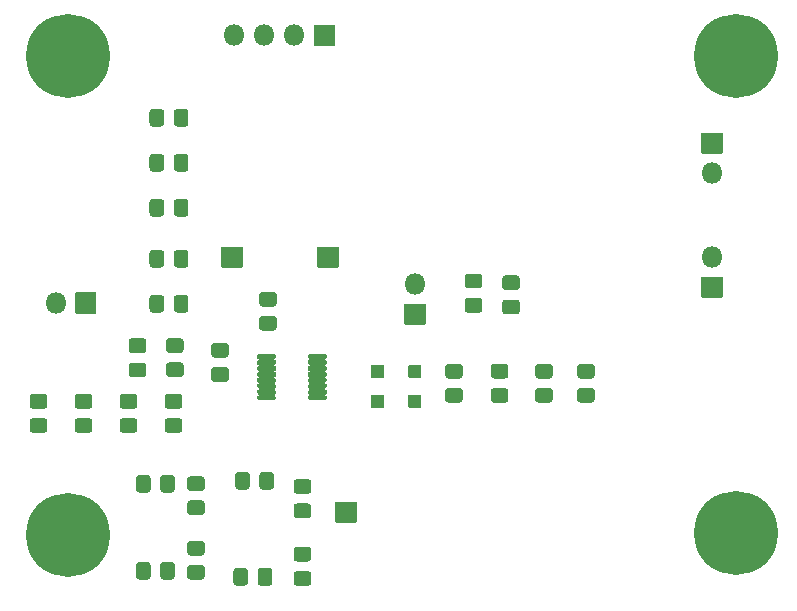
<source format=gbr>
%TF.GenerationSoftware,KiCad,Pcbnew,(5.1.9)-1*%
%TF.CreationDate,2021-07-10T09:16:25-04:00*%
%TF.ProjectId,detector_circuit_LTC6254,64657465-6374-46f7-925f-636972637569,rev?*%
%TF.SameCoordinates,Original*%
%TF.FileFunction,Soldermask,Top*%
%TF.FilePolarity,Negative*%
%FSLAX46Y46*%
G04 Gerber Fmt 4.6, Leading zero omitted, Abs format (unit mm)*
G04 Created by KiCad (PCBNEW (5.1.9)-1) date 2021-07-10 09:16:25*
%MOMM*%
%LPD*%
G01*
G04 APERTURE LIST*
%ADD10C,7.101600*%
%ADD11O,1.801600X1.801600*%
%ADD12C,0.100000*%
G04 APERTURE END LIST*
D10*
%TO.C,REF\u002A\u002A*%
X90170000Y-100457000D03*
%TD*%
%TO.C,REF\u002A\u002A*%
X146685000Y-100457000D03*
%TD*%
%TO.C,REF\u002A\u002A*%
X146685000Y-140843000D03*
%TD*%
%TO.C,TP2*%
G36*
G01*
X103112200Y-118325000D02*
X103112200Y-116625000D01*
G75*
G02*
X103163000Y-116574200I50800J0D01*
G01*
X104863000Y-116574200D01*
G75*
G02*
X104913800Y-116625000I0J-50800D01*
G01*
X104913800Y-118325000D01*
G75*
G02*
X104863000Y-118375800I-50800J0D01*
G01*
X103163000Y-118375800D01*
G75*
G02*
X103112200Y-118325000I0J50800D01*
G01*
G37*
%TD*%
%TO.C,U1*%
G36*
G01*
X110467200Y-125985400D02*
X110467200Y-125784600D01*
G75*
G02*
X110567600Y-125684200I100400J0D01*
G01*
X111918400Y-125684200D01*
G75*
G02*
X112018800Y-125784600I0J-100400D01*
G01*
X112018800Y-125985400D01*
G75*
G02*
X111918400Y-126085800I-100400J0D01*
G01*
X110567600Y-126085800D01*
G75*
G02*
X110467200Y-125985400I0J100400D01*
G01*
G37*
G36*
G01*
X110467200Y-126485400D02*
X110467200Y-126284600D01*
G75*
G02*
X110567600Y-126184200I100400J0D01*
G01*
X111918400Y-126184200D01*
G75*
G02*
X112018800Y-126284600I0J-100400D01*
G01*
X112018800Y-126485400D01*
G75*
G02*
X111918400Y-126585800I-100400J0D01*
G01*
X110567600Y-126585800D01*
G75*
G02*
X110467200Y-126485400I0J100400D01*
G01*
G37*
G36*
G01*
X110467200Y-126985400D02*
X110467200Y-126784600D01*
G75*
G02*
X110567600Y-126684200I100400J0D01*
G01*
X111918400Y-126684200D01*
G75*
G02*
X112018800Y-126784600I0J-100400D01*
G01*
X112018800Y-126985400D01*
G75*
G02*
X111918400Y-127085800I-100400J0D01*
G01*
X110567600Y-127085800D01*
G75*
G02*
X110467200Y-126985400I0J100400D01*
G01*
G37*
G36*
G01*
X110467200Y-127485400D02*
X110467200Y-127284600D01*
G75*
G02*
X110567600Y-127184200I100400J0D01*
G01*
X111918400Y-127184200D01*
G75*
G02*
X112018800Y-127284600I0J-100400D01*
G01*
X112018800Y-127485400D01*
G75*
G02*
X111918400Y-127585800I-100400J0D01*
G01*
X110567600Y-127585800D01*
G75*
G02*
X110467200Y-127485400I0J100400D01*
G01*
G37*
G36*
G01*
X110467200Y-127985400D02*
X110467200Y-127784600D01*
G75*
G02*
X110567600Y-127684200I100400J0D01*
G01*
X111918400Y-127684200D01*
G75*
G02*
X112018800Y-127784600I0J-100400D01*
G01*
X112018800Y-127985400D01*
G75*
G02*
X111918400Y-128085800I-100400J0D01*
G01*
X110567600Y-128085800D01*
G75*
G02*
X110467200Y-127985400I0J100400D01*
G01*
G37*
G36*
G01*
X110467200Y-128485400D02*
X110467200Y-128284600D01*
G75*
G02*
X110567600Y-128184200I100400J0D01*
G01*
X111918400Y-128184200D01*
G75*
G02*
X112018800Y-128284600I0J-100400D01*
G01*
X112018800Y-128485400D01*
G75*
G02*
X111918400Y-128585800I-100400J0D01*
G01*
X110567600Y-128585800D01*
G75*
G02*
X110467200Y-128485400I0J100400D01*
G01*
G37*
G36*
G01*
X110467200Y-128985400D02*
X110467200Y-128784600D01*
G75*
G02*
X110567600Y-128684200I100400J0D01*
G01*
X111918400Y-128684200D01*
G75*
G02*
X112018800Y-128784600I0J-100400D01*
G01*
X112018800Y-128985400D01*
G75*
G02*
X111918400Y-129085800I-100400J0D01*
G01*
X110567600Y-129085800D01*
G75*
G02*
X110467200Y-128985400I0J100400D01*
G01*
G37*
G36*
G01*
X110467200Y-129485400D02*
X110467200Y-129284600D01*
G75*
G02*
X110567600Y-129184200I100400J0D01*
G01*
X111918400Y-129184200D01*
G75*
G02*
X112018800Y-129284600I0J-100400D01*
G01*
X112018800Y-129485400D01*
G75*
G02*
X111918400Y-129585800I-100400J0D01*
G01*
X110567600Y-129585800D01*
G75*
G02*
X110467200Y-129485400I0J100400D01*
G01*
G37*
G36*
G01*
X106167200Y-129485400D02*
X106167200Y-129284600D01*
G75*
G02*
X106267600Y-129184200I100400J0D01*
G01*
X107618400Y-129184200D01*
G75*
G02*
X107718800Y-129284600I0J-100400D01*
G01*
X107718800Y-129485400D01*
G75*
G02*
X107618400Y-129585800I-100400J0D01*
G01*
X106267600Y-129585800D01*
G75*
G02*
X106167200Y-129485400I0J100400D01*
G01*
G37*
G36*
G01*
X106167200Y-128985400D02*
X106167200Y-128784600D01*
G75*
G02*
X106267600Y-128684200I100400J0D01*
G01*
X107618400Y-128684200D01*
G75*
G02*
X107718800Y-128784600I0J-100400D01*
G01*
X107718800Y-128985400D01*
G75*
G02*
X107618400Y-129085800I-100400J0D01*
G01*
X106267600Y-129085800D01*
G75*
G02*
X106167200Y-128985400I0J100400D01*
G01*
G37*
G36*
G01*
X106167200Y-128485400D02*
X106167200Y-128284600D01*
G75*
G02*
X106267600Y-128184200I100400J0D01*
G01*
X107618400Y-128184200D01*
G75*
G02*
X107718800Y-128284600I0J-100400D01*
G01*
X107718800Y-128485400D01*
G75*
G02*
X107618400Y-128585800I-100400J0D01*
G01*
X106267600Y-128585800D01*
G75*
G02*
X106167200Y-128485400I0J100400D01*
G01*
G37*
G36*
G01*
X106167200Y-127985400D02*
X106167200Y-127784600D01*
G75*
G02*
X106267600Y-127684200I100400J0D01*
G01*
X107618400Y-127684200D01*
G75*
G02*
X107718800Y-127784600I0J-100400D01*
G01*
X107718800Y-127985400D01*
G75*
G02*
X107618400Y-128085800I-100400J0D01*
G01*
X106267600Y-128085800D01*
G75*
G02*
X106167200Y-127985400I0J100400D01*
G01*
G37*
G36*
G01*
X106167200Y-127485400D02*
X106167200Y-127284600D01*
G75*
G02*
X106267600Y-127184200I100400J0D01*
G01*
X107618400Y-127184200D01*
G75*
G02*
X107718800Y-127284600I0J-100400D01*
G01*
X107718800Y-127485400D01*
G75*
G02*
X107618400Y-127585800I-100400J0D01*
G01*
X106267600Y-127585800D01*
G75*
G02*
X106167200Y-127485400I0J100400D01*
G01*
G37*
G36*
G01*
X106167200Y-126985400D02*
X106167200Y-126784600D01*
G75*
G02*
X106267600Y-126684200I100400J0D01*
G01*
X107618400Y-126684200D01*
G75*
G02*
X107718800Y-126784600I0J-100400D01*
G01*
X107718800Y-126985400D01*
G75*
G02*
X107618400Y-127085800I-100400J0D01*
G01*
X106267600Y-127085800D01*
G75*
G02*
X106167200Y-126985400I0J100400D01*
G01*
G37*
G36*
G01*
X106167200Y-126485400D02*
X106167200Y-126284600D01*
G75*
G02*
X106267600Y-126184200I100400J0D01*
G01*
X107618400Y-126184200D01*
G75*
G02*
X107718800Y-126284600I0J-100400D01*
G01*
X107718800Y-126485400D01*
G75*
G02*
X107618400Y-126585800I-100400J0D01*
G01*
X106267600Y-126585800D01*
G75*
G02*
X106167200Y-126485400I0J100400D01*
G01*
G37*
G36*
G01*
X106167200Y-125985400D02*
X106167200Y-125784600D01*
G75*
G02*
X106267600Y-125684200I100400J0D01*
G01*
X107618400Y-125684200D01*
G75*
G02*
X107718800Y-125784600I0J-100400D01*
G01*
X107718800Y-125985400D01*
G75*
G02*
X107618400Y-126085800I-100400J0D01*
G01*
X106267600Y-126085800D01*
G75*
G02*
X106167200Y-125985400I0J100400D01*
G01*
G37*
%TD*%
%TO.C,R1*%
G36*
G01*
X107539715Y-121647800D02*
X106582285Y-121647800D01*
G75*
G02*
X106310200Y-121375715I0J272085D01*
G01*
X106310200Y-120668285D01*
G75*
G02*
X106582285Y-120396200I272085J0D01*
G01*
X107539715Y-120396200D01*
G75*
G02*
X107811800Y-120668285I0J-272085D01*
G01*
X107811800Y-121375715D01*
G75*
G02*
X107539715Y-121647800I-272085J0D01*
G01*
G37*
G36*
G01*
X107539715Y-123697800D02*
X106582285Y-123697800D01*
G75*
G02*
X106310200Y-123425715I0J272085D01*
G01*
X106310200Y-122718285D01*
G75*
G02*
X106582285Y-122446200I272085J0D01*
G01*
X107539715Y-122446200D01*
G75*
G02*
X107811800Y-122718285I0J-272085D01*
G01*
X107811800Y-123425715D01*
G75*
G02*
X107539715Y-123697800I-272085J0D01*
G01*
G37*
%TD*%
D11*
%TO.C,J3*%
X104203500Y-98679000D03*
X106743500Y-98679000D03*
X109283500Y-98679000D03*
G36*
G01*
X110973500Y-97778200D02*
X112673500Y-97778200D01*
G75*
G02*
X112724300Y-97829000I0J-50800D01*
G01*
X112724300Y-99529000D01*
G75*
G02*
X112673500Y-99579800I-50800J0D01*
G01*
X110973500Y-99579800D01*
G75*
G02*
X110922700Y-99529000I0J50800D01*
G01*
X110922700Y-97829000D01*
G75*
G02*
X110973500Y-97778200I50800J0D01*
G01*
G37*
%TD*%
%TO.C,J2*%
X144653000Y-117475000D03*
G36*
G01*
X145553800Y-119165000D02*
X145553800Y-120865000D01*
G75*
G02*
X145503000Y-120915800I-50800J0D01*
G01*
X143803000Y-120915800D01*
G75*
G02*
X143752200Y-120865000I0J50800D01*
G01*
X143752200Y-119165000D01*
G75*
G02*
X143803000Y-119114200I50800J0D01*
G01*
X145503000Y-119114200D01*
G75*
G02*
X145553800Y-119165000I0J-50800D01*
G01*
G37*
%TD*%
%TO.C,J1*%
X144653000Y-110363000D03*
G36*
G01*
X143752200Y-108673000D02*
X143752200Y-106973000D01*
G75*
G02*
X143803000Y-106922200I50800J0D01*
G01*
X145503000Y-106922200D01*
G75*
G02*
X145553800Y-106973000I0J-50800D01*
G01*
X145553800Y-108673000D01*
G75*
G02*
X145503000Y-108723800I-50800J0D01*
G01*
X143803000Y-108723800D01*
G75*
G02*
X143752200Y-108673000I0J50800D01*
G01*
G37*
%TD*%
D10*
%TO.C,REF\u002A\u002A*%
X90170000Y-140970000D03*
%TD*%
%TO.C,TP15*%
G36*
G01*
X112764200Y-139915000D02*
X112764200Y-138215000D01*
G75*
G02*
X112815000Y-138164200I50800J0D01*
G01*
X114515000Y-138164200D01*
G75*
G02*
X114565800Y-138215000I0J-50800D01*
G01*
X114565800Y-139915000D01*
G75*
G02*
X114515000Y-139965800I-50800J0D01*
G01*
X112815000Y-139965800D01*
G75*
G02*
X112764200Y-139915000I0J50800D01*
G01*
G37*
%TD*%
%TO.C,R26*%
G36*
G01*
X99656715Y-125575800D02*
X98699285Y-125575800D01*
G75*
G02*
X98427200Y-125303715I0J272085D01*
G01*
X98427200Y-124596285D01*
G75*
G02*
X98699285Y-124324200I272085J0D01*
G01*
X99656715Y-124324200D01*
G75*
G02*
X99928800Y-124596285I0J-272085D01*
G01*
X99928800Y-125303715D01*
G75*
G02*
X99656715Y-125575800I-272085J0D01*
G01*
G37*
G36*
G01*
X99656715Y-127625800D02*
X98699285Y-127625800D01*
G75*
G02*
X98427200Y-127353715I0J272085D01*
G01*
X98427200Y-126646285D01*
G75*
G02*
X98699285Y-126374200I272085J0D01*
G01*
X99656715Y-126374200D01*
G75*
G02*
X99928800Y-126646285I0J-272085D01*
G01*
X99928800Y-127353715D01*
G75*
G02*
X99656715Y-127625800I-272085J0D01*
G01*
G37*
%TD*%
%TO.C,R34*%
G36*
G01*
X95533285Y-126383200D02*
X96490715Y-126383200D01*
G75*
G02*
X96762800Y-126655285I0J-272085D01*
G01*
X96762800Y-127362715D01*
G75*
G02*
X96490715Y-127634800I-272085J0D01*
G01*
X95533285Y-127634800D01*
G75*
G02*
X95261200Y-127362715I0J272085D01*
G01*
X95261200Y-126655285D01*
G75*
G02*
X95533285Y-126383200I272085J0D01*
G01*
G37*
G36*
G01*
X95533285Y-124333200D02*
X96490715Y-124333200D01*
G75*
G02*
X96762800Y-124605285I0J-272085D01*
G01*
X96762800Y-125312715D01*
G75*
G02*
X96490715Y-125584800I-272085J0D01*
G01*
X95533285Y-125584800D01*
G75*
G02*
X95261200Y-125312715I0J272085D01*
G01*
X95261200Y-124605285D01*
G75*
G02*
X95533285Y-124333200I272085J0D01*
G01*
G37*
%TD*%
D11*
%TO.C,JP1*%
X119507000Y-119761000D03*
G36*
G01*
X120407800Y-121451000D02*
X120407800Y-123151000D01*
G75*
G02*
X120357000Y-123201800I-50800J0D01*
G01*
X118657000Y-123201800D01*
G75*
G02*
X118606200Y-123151000I0J50800D01*
G01*
X118606200Y-121451000D01*
G75*
G02*
X118657000Y-121400200I50800J0D01*
G01*
X120357000Y-121400200D01*
G75*
G02*
X120407800Y-121451000I0J-50800D01*
G01*
G37*
%TD*%
%TO.C,R39*%
G36*
G01*
X133506285Y-128542200D02*
X134463715Y-128542200D01*
G75*
G02*
X134735800Y-128814285I0J-272085D01*
G01*
X134735800Y-129521715D01*
G75*
G02*
X134463715Y-129793800I-272085J0D01*
G01*
X133506285Y-129793800D01*
G75*
G02*
X133234200Y-129521715I0J272085D01*
G01*
X133234200Y-128814285D01*
G75*
G02*
X133506285Y-128542200I272085J0D01*
G01*
G37*
G36*
G01*
X133506285Y-126492200D02*
X134463715Y-126492200D01*
G75*
G02*
X134735800Y-126764285I0J-272085D01*
G01*
X134735800Y-127471715D01*
G75*
G02*
X134463715Y-127743800I-272085J0D01*
G01*
X133506285Y-127743800D01*
G75*
G02*
X133234200Y-127471715I0J272085D01*
G01*
X133234200Y-126764285D01*
G75*
G02*
X133506285Y-126492200I272085J0D01*
G01*
G37*
%TD*%
%TO.C,C32*%
G36*
G01*
X97127800Y-136173285D02*
X97127800Y-137130715D01*
G75*
G02*
X96855715Y-137402800I-272085J0D01*
G01*
X96148285Y-137402800D01*
G75*
G02*
X95876200Y-137130715I0J272085D01*
G01*
X95876200Y-136173285D01*
G75*
G02*
X96148285Y-135901200I272085J0D01*
G01*
X96855715Y-135901200D01*
G75*
G02*
X97127800Y-136173285I0J-272085D01*
G01*
G37*
G36*
G01*
X99177800Y-136173285D02*
X99177800Y-137130715D01*
G75*
G02*
X98905715Y-137402800I-272085J0D01*
G01*
X98198285Y-137402800D01*
G75*
G02*
X97926200Y-137130715I0J272085D01*
G01*
X97926200Y-136173285D01*
G75*
G02*
X98198285Y-135901200I272085J0D01*
G01*
X98905715Y-135901200D01*
G75*
G02*
X99177800Y-136173285I0J-272085D01*
G01*
G37*
%TD*%
%TO.C,C27*%
G36*
G01*
X127156285Y-121058200D02*
X128113715Y-121058200D01*
G75*
G02*
X128385800Y-121330285I0J-272085D01*
G01*
X128385800Y-122037715D01*
G75*
G02*
X128113715Y-122309800I-272085J0D01*
G01*
X127156285Y-122309800D01*
G75*
G02*
X126884200Y-122037715I0J272085D01*
G01*
X126884200Y-121330285D01*
G75*
G02*
X127156285Y-121058200I272085J0D01*
G01*
G37*
G36*
G01*
X127156285Y-119008200D02*
X128113715Y-119008200D01*
G75*
G02*
X128385800Y-119280285I0J-272085D01*
G01*
X128385800Y-119987715D01*
G75*
G02*
X128113715Y-120259800I-272085J0D01*
G01*
X127156285Y-120259800D01*
G75*
G02*
X126884200Y-119987715I0J272085D01*
G01*
X126884200Y-119280285D01*
G75*
G02*
X127156285Y-119008200I272085J0D01*
G01*
G37*
%TD*%
%TO.C,C37*%
G36*
G01*
X122330285Y-128542200D02*
X123287715Y-128542200D01*
G75*
G02*
X123559800Y-128814285I0J-272085D01*
G01*
X123559800Y-129521715D01*
G75*
G02*
X123287715Y-129793800I-272085J0D01*
G01*
X122330285Y-129793800D01*
G75*
G02*
X122058200Y-129521715I0J272085D01*
G01*
X122058200Y-128814285D01*
G75*
G02*
X122330285Y-128542200I272085J0D01*
G01*
G37*
G36*
G01*
X122330285Y-126492200D02*
X123287715Y-126492200D01*
G75*
G02*
X123559800Y-126764285I0J-272085D01*
G01*
X123559800Y-127471715D01*
G75*
G02*
X123287715Y-127743800I-272085J0D01*
G01*
X122330285Y-127743800D01*
G75*
G02*
X122058200Y-127471715I0J272085D01*
G01*
X122058200Y-126764285D01*
G75*
G02*
X122330285Y-126492200I272085J0D01*
G01*
G37*
%TD*%
%TO.C,R42*%
G36*
G01*
X123981285Y-120913200D02*
X124938715Y-120913200D01*
G75*
G02*
X125210800Y-121185285I0J-272085D01*
G01*
X125210800Y-121892715D01*
G75*
G02*
X124938715Y-122164800I-272085J0D01*
G01*
X123981285Y-122164800D01*
G75*
G02*
X123709200Y-121892715I0J272085D01*
G01*
X123709200Y-121185285D01*
G75*
G02*
X123981285Y-120913200I272085J0D01*
G01*
G37*
G36*
G01*
X123981285Y-118863200D02*
X124938715Y-118863200D01*
G75*
G02*
X125210800Y-119135285I0J-272085D01*
G01*
X125210800Y-119842715D01*
G75*
G02*
X124938715Y-120114800I-272085J0D01*
G01*
X123981285Y-120114800D01*
G75*
G02*
X123709200Y-119842715I0J272085D01*
G01*
X123709200Y-119135285D01*
G75*
G02*
X123981285Y-118863200I272085J0D01*
G01*
G37*
%TD*%
%TO.C,D2*%
G36*
G01*
X119007000Y-129096200D02*
X120007000Y-129096200D01*
G75*
G02*
X120057800Y-129147000I0J-50800D01*
G01*
X120057800Y-130147000D01*
G75*
G02*
X120007000Y-130197800I-50800J0D01*
G01*
X119007000Y-130197800D01*
G75*
G02*
X118956200Y-130147000I0J50800D01*
G01*
X118956200Y-129147000D01*
G75*
G02*
X119007000Y-129096200I50800J0D01*
G01*
G37*
G36*
G01*
X119007000Y-126596200D02*
X120007000Y-126596200D01*
G75*
G02*
X120057800Y-126647000I0J-50800D01*
G01*
X120057800Y-127647000D01*
G75*
G02*
X120007000Y-127697800I-50800J0D01*
G01*
X119007000Y-127697800D01*
G75*
G02*
X118956200Y-127647000I0J50800D01*
G01*
X118956200Y-126647000D01*
G75*
G02*
X119007000Y-126596200I50800J0D01*
G01*
G37*
%TD*%
%TO.C,TP1*%
G36*
G01*
X111291000Y-116574200D02*
X112991000Y-116574200D01*
G75*
G02*
X113041800Y-116625000I0J-50800D01*
G01*
X113041800Y-118325000D01*
G75*
G02*
X112991000Y-118375800I-50800J0D01*
G01*
X111291000Y-118375800D01*
G75*
G02*
X111240200Y-118325000I0J50800D01*
G01*
X111240200Y-116625000D01*
G75*
G02*
X111291000Y-116574200I50800J0D01*
G01*
G37*
%TD*%
%TO.C,JP5*%
X89090500Y-121348500D03*
G36*
G01*
X90780500Y-120447700D02*
X92480500Y-120447700D01*
G75*
G02*
X92531300Y-120498500I0J-50800D01*
G01*
X92531300Y-122198500D01*
G75*
G02*
X92480500Y-122249300I-50800J0D01*
G01*
X90780500Y-122249300D01*
G75*
G02*
X90729700Y-122198500I0J50800D01*
G01*
X90729700Y-120498500D01*
G75*
G02*
X90780500Y-120447700I50800J0D01*
G01*
G37*
%TD*%
%TO.C,R40*%
G36*
G01*
X99078200Y-121890715D02*
X99078200Y-120933285D01*
G75*
G02*
X99350285Y-120661200I272085J0D01*
G01*
X100057715Y-120661200D01*
G75*
G02*
X100329800Y-120933285I0J-272085D01*
G01*
X100329800Y-121890715D01*
G75*
G02*
X100057715Y-122162800I-272085J0D01*
G01*
X99350285Y-122162800D01*
G75*
G02*
X99078200Y-121890715I0J272085D01*
G01*
G37*
G36*
G01*
X97028200Y-121890715D02*
X97028200Y-120933285D01*
G75*
G02*
X97300285Y-120661200I272085J0D01*
G01*
X98007715Y-120661200D01*
G75*
G02*
X98279800Y-120933285I0J-272085D01*
G01*
X98279800Y-121890715D01*
G75*
G02*
X98007715Y-122162800I-272085J0D01*
G01*
X97300285Y-122162800D01*
G75*
G02*
X97028200Y-121890715I0J272085D01*
G01*
G37*
%TD*%
%TO.C,R36*%
G36*
G01*
X91918715Y-130292800D02*
X90961285Y-130292800D01*
G75*
G02*
X90689200Y-130020715I0J272085D01*
G01*
X90689200Y-129313285D01*
G75*
G02*
X90961285Y-129041200I272085J0D01*
G01*
X91918715Y-129041200D01*
G75*
G02*
X92190800Y-129313285I0J-272085D01*
G01*
X92190800Y-130020715D01*
G75*
G02*
X91918715Y-130292800I-272085J0D01*
G01*
G37*
G36*
G01*
X91918715Y-132342800D02*
X90961285Y-132342800D01*
G75*
G02*
X90689200Y-132070715I0J272085D01*
G01*
X90689200Y-131363285D01*
G75*
G02*
X90961285Y-131091200I272085J0D01*
G01*
X91918715Y-131091200D01*
G75*
G02*
X92190800Y-131363285I0J-272085D01*
G01*
X92190800Y-132070715D01*
G75*
G02*
X91918715Y-132342800I-272085J0D01*
G01*
G37*
%TD*%
%TO.C,R35*%
G36*
G01*
X88108715Y-130292800D02*
X87151285Y-130292800D01*
G75*
G02*
X86879200Y-130020715I0J272085D01*
G01*
X86879200Y-129313285D01*
G75*
G02*
X87151285Y-129041200I272085J0D01*
G01*
X88108715Y-129041200D01*
G75*
G02*
X88380800Y-129313285I0J-272085D01*
G01*
X88380800Y-130020715D01*
G75*
G02*
X88108715Y-130292800I-272085J0D01*
G01*
G37*
G36*
G01*
X88108715Y-132342800D02*
X87151285Y-132342800D01*
G75*
G02*
X86879200Y-132070715I0J272085D01*
G01*
X86879200Y-131363285D01*
G75*
G02*
X87151285Y-131091200I272085J0D01*
G01*
X88108715Y-131091200D01*
G75*
G02*
X88380800Y-131363285I0J-272085D01*
G01*
X88380800Y-132070715D01*
G75*
G02*
X88108715Y-132342800I-272085J0D01*
G01*
G37*
%TD*%
%TO.C,R33*%
G36*
G01*
X107432800Y-144047285D02*
X107432800Y-145004715D01*
G75*
G02*
X107160715Y-145276800I-272085J0D01*
G01*
X106453285Y-145276800D01*
G75*
G02*
X106181200Y-145004715I0J272085D01*
G01*
X106181200Y-144047285D01*
G75*
G02*
X106453285Y-143775200I272085J0D01*
G01*
X107160715Y-143775200D01*
G75*
G02*
X107432800Y-144047285I0J-272085D01*
G01*
G37*
G36*
G01*
X105382800Y-144047285D02*
X105382800Y-145004715D01*
G75*
G02*
X105110715Y-145276800I-272085J0D01*
G01*
X104403285Y-145276800D01*
G75*
G02*
X104131200Y-145004715I0J272085D01*
G01*
X104131200Y-144047285D01*
G75*
G02*
X104403285Y-143775200I272085J0D01*
G01*
X105110715Y-143775200D01*
G75*
G02*
X105382800Y-144047285I0J-272085D01*
G01*
G37*
%TD*%
%TO.C,R32*%
G36*
G01*
X101443715Y-142729800D02*
X100486285Y-142729800D01*
G75*
G02*
X100214200Y-142457715I0J272085D01*
G01*
X100214200Y-141750285D01*
G75*
G02*
X100486285Y-141478200I272085J0D01*
G01*
X101443715Y-141478200D01*
G75*
G02*
X101715800Y-141750285I0J-272085D01*
G01*
X101715800Y-142457715D01*
G75*
G02*
X101443715Y-142729800I-272085J0D01*
G01*
G37*
G36*
G01*
X101443715Y-144779800D02*
X100486285Y-144779800D01*
G75*
G02*
X100214200Y-144507715I0J272085D01*
G01*
X100214200Y-143800285D01*
G75*
G02*
X100486285Y-143528200I272085J0D01*
G01*
X101443715Y-143528200D01*
G75*
G02*
X101715800Y-143800285I0J-272085D01*
G01*
X101715800Y-144507715D01*
G75*
G02*
X101443715Y-144779800I-272085J0D01*
G01*
G37*
%TD*%
%TO.C,R31*%
G36*
G01*
X99078200Y-113762715D02*
X99078200Y-112805285D01*
G75*
G02*
X99350285Y-112533200I272085J0D01*
G01*
X100057715Y-112533200D01*
G75*
G02*
X100329800Y-112805285I0J-272085D01*
G01*
X100329800Y-113762715D01*
G75*
G02*
X100057715Y-114034800I-272085J0D01*
G01*
X99350285Y-114034800D01*
G75*
G02*
X99078200Y-113762715I0J272085D01*
G01*
G37*
G36*
G01*
X97028200Y-113762715D02*
X97028200Y-112805285D01*
G75*
G02*
X97300285Y-112533200I272085J0D01*
G01*
X98007715Y-112533200D01*
G75*
G02*
X98279800Y-112805285I0J-272085D01*
G01*
X98279800Y-113762715D01*
G75*
G02*
X98007715Y-114034800I-272085J0D01*
G01*
X97300285Y-114034800D01*
G75*
G02*
X97028200Y-113762715I0J272085D01*
G01*
G37*
%TD*%
%TO.C,R30*%
G36*
G01*
X126191085Y-128542200D02*
X127148515Y-128542200D01*
G75*
G02*
X127420600Y-128814285I0J-272085D01*
G01*
X127420600Y-129521715D01*
G75*
G02*
X127148515Y-129793800I-272085J0D01*
G01*
X126191085Y-129793800D01*
G75*
G02*
X125919000Y-129521715I0J272085D01*
G01*
X125919000Y-128814285D01*
G75*
G02*
X126191085Y-128542200I272085J0D01*
G01*
G37*
G36*
G01*
X126191085Y-126492200D02*
X127148515Y-126492200D01*
G75*
G02*
X127420600Y-126764285I0J-272085D01*
G01*
X127420600Y-127471715D01*
G75*
G02*
X127148515Y-127743800I-272085J0D01*
G01*
X126191085Y-127743800D01*
G75*
G02*
X125919000Y-127471715I0J272085D01*
G01*
X125919000Y-126764285D01*
G75*
G02*
X126191085Y-126492200I272085J0D01*
G01*
G37*
%TD*%
%TO.C,R27*%
G36*
G01*
X99538715Y-130292800D02*
X98581285Y-130292800D01*
G75*
G02*
X98309200Y-130020715I0J272085D01*
G01*
X98309200Y-129313285D01*
G75*
G02*
X98581285Y-129041200I272085J0D01*
G01*
X99538715Y-129041200D01*
G75*
G02*
X99810800Y-129313285I0J-272085D01*
G01*
X99810800Y-130020715D01*
G75*
G02*
X99538715Y-130292800I-272085J0D01*
G01*
G37*
G36*
G01*
X99538715Y-132342800D02*
X98581285Y-132342800D01*
G75*
G02*
X98309200Y-132070715I0J272085D01*
G01*
X98309200Y-131363285D01*
G75*
G02*
X98581285Y-131091200I272085J0D01*
G01*
X99538715Y-131091200D01*
G75*
G02*
X99810800Y-131363285I0J-272085D01*
G01*
X99810800Y-132070715D01*
G75*
G02*
X99538715Y-132342800I-272085J0D01*
G01*
G37*
%TD*%
%TO.C,R25*%
G36*
G01*
X105527800Y-135919285D02*
X105527800Y-136876715D01*
G75*
G02*
X105255715Y-137148800I-272085J0D01*
G01*
X104548285Y-137148800D01*
G75*
G02*
X104276200Y-136876715I0J272085D01*
G01*
X104276200Y-135919285D01*
G75*
G02*
X104548285Y-135647200I272085J0D01*
G01*
X105255715Y-135647200D01*
G75*
G02*
X105527800Y-135919285I0J-272085D01*
G01*
G37*
G36*
G01*
X107577800Y-135919285D02*
X107577800Y-136876715D01*
G75*
G02*
X107305715Y-137148800I-272085J0D01*
G01*
X106598285Y-137148800D01*
G75*
G02*
X106326200Y-136876715I0J272085D01*
G01*
X106326200Y-135919285D01*
G75*
G02*
X106598285Y-135647200I272085J0D01*
G01*
X107305715Y-135647200D01*
G75*
G02*
X107577800Y-135919285I0J-272085D01*
G01*
G37*
%TD*%
%TO.C,R24*%
G36*
G01*
X100486285Y-138058200D02*
X101443715Y-138058200D01*
G75*
G02*
X101715800Y-138330285I0J-272085D01*
G01*
X101715800Y-139037715D01*
G75*
G02*
X101443715Y-139309800I-272085J0D01*
G01*
X100486285Y-139309800D01*
G75*
G02*
X100214200Y-139037715I0J272085D01*
G01*
X100214200Y-138330285D01*
G75*
G02*
X100486285Y-138058200I272085J0D01*
G01*
G37*
G36*
G01*
X100486285Y-136008200D02*
X101443715Y-136008200D01*
G75*
G02*
X101715800Y-136280285I0J-272085D01*
G01*
X101715800Y-136987715D01*
G75*
G02*
X101443715Y-137259800I-272085J0D01*
G01*
X100486285Y-137259800D01*
G75*
G02*
X100214200Y-136987715I0J272085D01*
G01*
X100214200Y-136280285D01*
G75*
G02*
X100486285Y-136008200I272085J0D01*
G01*
G37*
%TD*%
%TO.C,R17*%
G36*
G01*
X99078200Y-109952715D02*
X99078200Y-108995285D01*
G75*
G02*
X99350285Y-108723200I272085J0D01*
G01*
X100057715Y-108723200D01*
G75*
G02*
X100329800Y-108995285I0J-272085D01*
G01*
X100329800Y-109952715D01*
G75*
G02*
X100057715Y-110224800I-272085J0D01*
G01*
X99350285Y-110224800D01*
G75*
G02*
X99078200Y-109952715I0J272085D01*
G01*
G37*
G36*
G01*
X97028200Y-109952715D02*
X97028200Y-108995285D01*
G75*
G02*
X97300285Y-108723200I272085J0D01*
G01*
X98007715Y-108723200D01*
G75*
G02*
X98279800Y-108995285I0J-272085D01*
G01*
X98279800Y-109952715D01*
G75*
G02*
X98007715Y-110224800I-272085J0D01*
G01*
X97300285Y-110224800D01*
G75*
G02*
X97028200Y-109952715I0J272085D01*
G01*
G37*
%TD*%
%TO.C,R16*%
G36*
G01*
X99078200Y-106142715D02*
X99078200Y-105185285D01*
G75*
G02*
X99350285Y-104913200I272085J0D01*
G01*
X100057715Y-104913200D01*
G75*
G02*
X100329800Y-105185285I0J-272085D01*
G01*
X100329800Y-106142715D01*
G75*
G02*
X100057715Y-106414800I-272085J0D01*
G01*
X99350285Y-106414800D01*
G75*
G02*
X99078200Y-106142715I0J272085D01*
G01*
G37*
G36*
G01*
X97028200Y-106142715D02*
X97028200Y-105185285D01*
G75*
G02*
X97300285Y-104913200I272085J0D01*
G01*
X98007715Y-104913200D01*
G75*
G02*
X98279800Y-105185285I0J-272085D01*
G01*
X98279800Y-106142715D01*
G75*
G02*
X98007715Y-106414800I-272085J0D01*
G01*
X97300285Y-106414800D01*
G75*
G02*
X97028200Y-106142715I0J272085D01*
G01*
G37*
%TD*%
%TO.C,D6*%
G36*
G01*
X115832000Y-129116200D02*
X116832000Y-129116200D01*
G75*
G02*
X116882800Y-129167000I0J-50800D01*
G01*
X116882800Y-130167000D01*
G75*
G02*
X116832000Y-130217800I-50800J0D01*
G01*
X115832000Y-130217800D01*
G75*
G02*
X115781200Y-130167000I0J50800D01*
G01*
X115781200Y-129167000D01*
G75*
G02*
X115832000Y-129116200I50800J0D01*
G01*
G37*
G36*
G01*
X115832000Y-126616200D02*
X116832000Y-126616200D01*
G75*
G02*
X116882800Y-126667000I0J-50800D01*
G01*
X116882800Y-127667000D01*
G75*
G02*
X116832000Y-127717800I-50800J0D01*
G01*
X115832000Y-127717800D01*
G75*
G02*
X115781200Y-127667000I0J50800D01*
G01*
X115781200Y-126667000D01*
G75*
G02*
X115832000Y-126616200I50800J0D01*
G01*
G37*
%TD*%
%TO.C,C39*%
G36*
G01*
X103475715Y-125974800D02*
X102518285Y-125974800D01*
G75*
G02*
X102246200Y-125702715I0J272085D01*
G01*
X102246200Y-124995285D01*
G75*
G02*
X102518285Y-124723200I272085J0D01*
G01*
X103475715Y-124723200D01*
G75*
G02*
X103747800Y-124995285I0J-272085D01*
G01*
X103747800Y-125702715D01*
G75*
G02*
X103475715Y-125974800I-272085J0D01*
G01*
G37*
G36*
G01*
X103475715Y-128024800D02*
X102518285Y-128024800D01*
G75*
G02*
X102246200Y-127752715I0J272085D01*
G01*
X102246200Y-127045285D01*
G75*
G02*
X102518285Y-126773200I272085J0D01*
G01*
X103475715Y-126773200D01*
G75*
G02*
X103747800Y-127045285I0J-272085D01*
G01*
X103747800Y-127752715D01*
G75*
G02*
X103475715Y-128024800I-272085J0D01*
G01*
G37*
%TD*%
%TO.C,C36*%
G36*
G01*
X95728715Y-130292800D02*
X94771285Y-130292800D01*
G75*
G02*
X94499200Y-130020715I0J272085D01*
G01*
X94499200Y-129313285D01*
G75*
G02*
X94771285Y-129041200I272085J0D01*
G01*
X95728715Y-129041200D01*
G75*
G02*
X96000800Y-129313285I0J-272085D01*
G01*
X96000800Y-130020715D01*
G75*
G02*
X95728715Y-130292800I-272085J0D01*
G01*
G37*
G36*
G01*
X95728715Y-132342800D02*
X94771285Y-132342800D01*
G75*
G02*
X94499200Y-132070715I0J272085D01*
G01*
X94499200Y-131363285D01*
G75*
G02*
X94771285Y-131091200I272085J0D01*
G01*
X95728715Y-131091200D01*
G75*
G02*
X96000800Y-131363285I0J-272085D01*
G01*
X96000800Y-132070715D01*
G75*
G02*
X95728715Y-132342800I-272085J0D01*
G01*
G37*
%TD*%
%TO.C,C33*%
G36*
G01*
X110460715Y-137513800D02*
X109503285Y-137513800D01*
G75*
G02*
X109231200Y-137241715I0J272085D01*
G01*
X109231200Y-136534285D01*
G75*
G02*
X109503285Y-136262200I272085J0D01*
G01*
X110460715Y-136262200D01*
G75*
G02*
X110732800Y-136534285I0J-272085D01*
G01*
X110732800Y-137241715D01*
G75*
G02*
X110460715Y-137513800I-272085J0D01*
G01*
G37*
G36*
G01*
X110460715Y-139563800D02*
X109503285Y-139563800D01*
G75*
G02*
X109231200Y-139291715I0J272085D01*
G01*
X109231200Y-138584285D01*
G75*
G02*
X109503285Y-138312200I272085J0D01*
G01*
X110460715Y-138312200D01*
G75*
G02*
X110732800Y-138584285I0J-272085D01*
G01*
X110732800Y-139291715D01*
G75*
G02*
X110460715Y-139563800I-272085J0D01*
G01*
G37*
%TD*%
%TO.C,C31*%
G36*
G01*
X99078200Y-118080715D02*
X99078200Y-117123285D01*
G75*
G02*
X99350285Y-116851200I272085J0D01*
G01*
X100057715Y-116851200D01*
G75*
G02*
X100329800Y-117123285I0J-272085D01*
G01*
X100329800Y-118080715D01*
G75*
G02*
X100057715Y-118352800I-272085J0D01*
G01*
X99350285Y-118352800D01*
G75*
G02*
X99078200Y-118080715I0J272085D01*
G01*
G37*
G36*
G01*
X97028200Y-118080715D02*
X97028200Y-117123285D01*
G75*
G02*
X97300285Y-116851200I272085J0D01*
G01*
X98007715Y-116851200D01*
G75*
G02*
X98279800Y-117123285I0J-272085D01*
G01*
X98279800Y-118080715D01*
G75*
G02*
X98007715Y-118352800I-272085J0D01*
G01*
X97300285Y-118352800D01*
G75*
G02*
X97028200Y-118080715I0J272085D01*
G01*
G37*
%TD*%
%TO.C,C19*%
G36*
G01*
X129950285Y-128542200D02*
X130907715Y-128542200D01*
G75*
G02*
X131179800Y-128814285I0J-272085D01*
G01*
X131179800Y-129521715D01*
G75*
G02*
X130907715Y-129793800I-272085J0D01*
G01*
X129950285Y-129793800D01*
G75*
G02*
X129678200Y-129521715I0J272085D01*
G01*
X129678200Y-128814285D01*
G75*
G02*
X129950285Y-128542200I272085J0D01*
G01*
G37*
G36*
G01*
X129950285Y-126492200D02*
X130907715Y-126492200D01*
G75*
G02*
X131179800Y-126764285I0J-272085D01*
G01*
X131179800Y-127471715D01*
G75*
G02*
X130907715Y-127743800I-272085J0D01*
G01*
X129950285Y-127743800D01*
G75*
G02*
X129678200Y-127471715I0J272085D01*
G01*
X129678200Y-126764285D01*
G75*
G02*
X129950285Y-126492200I272085J0D01*
G01*
G37*
%TD*%
%TO.C,C18*%
G36*
G01*
X109503285Y-141986200D02*
X110460715Y-141986200D01*
G75*
G02*
X110732800Y-142258285I0J-272085D01*
G01*
X110732800Y-142965715D01*
G75*
G02*
X110460715Y-143237800I-272085J0D01*
G01*
X109503285Y-143237800D01*
G75*
G02*
X109231200Y-142965715I0J272085D01*
G01*
X109231200Y-142258285D01*
G75*
G02*
X109503285Y-141986200I272085J0D01*
G01*
G37*
G36*
G01*
X109503285Y-144036200D02*
X110460715Y-144036200D01*
G75*
G02*
X110732800Y-144308285I0J-272085D01*
G01*
X110732800Y-145015715D01*
G75*
G02*
X110460715Y-145287800I-272085J0D01*
G01*
X109503285Y-145287800D01*
G75*
G02*
X109231200Y-145015715I0J272085D01*
G01*
X109231200Y-144308285D01*
G75*
G02*
X109503285Y-144036200I272085J0D01*
G01*
G37*
%TD*%
%TO.C,C17*%
G36*
G01*
X97127800Y-143539285D02*
X97127800Y-144496715D01*
G75*
G02*
X96855715Y-144768800I-272085J0D01*
G01*
X96148285Y-144768800D01*
G75*
G02*
X95876200Y-144496715I0J272085D01*
G01*
X95876200Y-143539285D01*
G75*
G02*
X96148285Y-143267200I272085J0D01*
G01*
X96855715Y-143267200D01*
G75*
G02*
X97127800Y-143539285I0J-272085D01*
G01*
G37*
G36*
G01*
X99177800Y-143539285D02*
X99177800Y-144496715D01*
G75*
G02*
X98905715Y-144768800I-272085J0D01*
G01*
X98198285Y-144768800D01*
G75*
G02*
X97926200Y-144496715I0J272085D01*
G01*
X97926200Y-143539285D01*
G75*
G02*
X98198285Y-143267200I272085J0D01*
G01*
X98905715Y-143267200D01*
G75*
G02*
X99177800Y-143539285I0J-272085D01*
G01*
G37*
%TD*%
D12*
G36*
X112019965Y-128983774D02*
G01*
X112020800Y-128985400D01*
X112020800Y-129008169D01*
X112020790Y-129008365D01*
X112019107Y-129025458D01*
X112019031Y-129025843D01*
X112014767Y-129039901D01*
X112014617Y-129040263D01*
X112007699Y-129053204D01*
X112007481Y-129053530D01*
X111998162Y-129064885D01*
X111997885Y-129065162D01*
X111986530Y-129074481D01*
X111986204Y-129074699D01*
X111973263Y-129081617D01*
X111972901Y-129081767D01*
X111958843Y-129086031D01*
X111958458Y-129086107D01*
X111952193Y-129086724D01*
X111942764Y-129088599D01*
X111933983Y-129092237D01*
X111926079Y-129097517D01*
X111919359Y-129104237D01*
X111914078Y-129112141D01*
X111910441Y-129120922D01*
X111908585Y-129130249D01*
X111908585Y-129139750D01*
X111910440Y-129149077D01*
X111914078Y-129157858D01*
X111919358Y-129165762D01*
X111926078Y-129172482D01*
X111933982Y-129177763D01*
X111942763Y-129181400D01*
X111952193Y-129183276D01*
X111958458Y-129183893D01*
X111958843Y-129183969D01*
X111972901Y-129188233D01*
X111973263Y-129188383D01*
X111986204Y-129195301D01*
X111986530Y-129195519D01*
X111997885Y-129204838D01*
X111998162Y-129205115D01*
X112007481Y-129216470D01*
X112007699Y-129216796D01*
X112014617Y-129229737D01*
X112014767Y-129230099D01*
X112019031Y-129244157D01*
X112019107Y-129244542D01*
X112020790Y-129261635D01*
X112020800Y-129261831D01*
X112020800Y-129284600D01*
X112019800Y-129286332D01*
X112017800Y-129286332D01*
X112016810Y-129284796D01*
X112014901Y-129265408D01*
X112009301Y-129246948D01*
X112000209Y-129229937D01*
X111987973Y-129215027D01*
X111973063Y-129202791D01*
X111956052Y-129193699D01*
X111937592Y-129188099D01*
X111918306Y-129186200D01*
X110567694Y-129186200D01*
X110548408Y-129188099D01*
X110529948Y-129193699D01*
X110512937Y-129202791D01*
X110498027Y-129215027D01*
X110485791Y-129229937D01*
X110476699Y-129246948D01*
X110471099Y-129265408D01*
X110469190Y-129284796D01*
X110468025Y-129286422D01*
X110466035Y-129286226D01*
X110465200Y-129284600D01*
X110465200Y-129261831D01*
X110465210Y-129261635D01*
X110466893Y-129244542D01*
X110466969Y-129244157D01*
X110471233Y-129230099D01*
X110471383Y-129229737D01*
X110478301Y-129216796D01*
X110478519Y-129216470D01*
X110487838Y-129205115D01*
X110488115Y-129204838D01*
X110499470Y-129195519D01*
X110499796Y-129195301D01*
X110512737Y-129188383D01*
X110513099Y-129188233D01*
X110527157Y-129183969D01*
X110527542Y-129183893D01*
X110533807Y-129183276D01*
X110543236Y-129181401D01*
X110552017Y-129177763D01*
X110559921Y-129172483D01*
X110566641Y-129165763D01*
X110571922Y-129157859D01*
X110575559Y-129149078D01*
X110577415Y-129139751D01*
X110577415Y-129130250D01*
X110575560Y-129120923D01*
X110571922Y-129112142D01*
X110566642Y-129104238D01*
X110559922Y-129097518D01*
X110552018Y-129092237D01*
X110543237Y-129088600D01*
X110533807Y-129086724D01*
X110527542Y-129086107D01*
X110527157Y-129086031D01*
X110513099Y-129081767D01*
X110512737Y-129081617D01*
X110499796Y-129074699D01*
X110499470Y-129074481D01*
X110488115Y-129065162D01*
X110487838Y-129064885D01*
X110478519Y-129053530D01*
X110478301Y-129053204D01*
X110471383Y-129040263D01*
X110471233Y-129039901D01*
X110466969Y-129025843D01*
X110466893Y-129025458D01*
X110465210Y-129008365D01*
X110465200Y-129008169D01*
X110465200Y-128985400D01*
X110466200Y-128983668D01*
X110468200Y-128983668D01*
X110469190Y-128985204D01*
X110471099Y-129004592D01*
X110476699Y-129023052D01*
X110485791Y-129040063D01*
X110498027Y-129054973D01*
X110512937Y-129067209D01*
X110529948Y-129076301D01*
X110548408Y-129081901D01*
X110567694Y-129083800D01*
X111918306Y-129083800D01*
X111937592Y-129081901D01*
X111956052Y-129076301D01*
X111973063Y-129067209D01*
X111987973Y-129054973D01*
X112000209Y-129040063D01*
X112009301Y-129023052D01*
X112014901Y-129004592D01*
X112016810Y-128985204D01*
X112017975Y-128983578D01*
X112019965Y-128983774D01*
G37*
G36*
X107719965Y-128983774D02*
G01*
X107720800Y-128985400D01*
X107720800Y-129008169D01*
X107720790Y-129008365D01*
X107719107Y-129025458D01*
X107719031Y-129025843D01*
X107714767Y-129039901D01*
X107714617Y-129040263D01*
X107707699Y-129053204D01*
X107707481Y-129053530D01*
X107698162Y-129064885D01*
X107697885Y-129065162D01*
X107686530Y-129074481D01*
X107686204Y-129074699D01*
X107673263Y-129081617D01*
X107672901Y-129081767D01*
X107658843Y-129086031D01*
X107658458Y-129086107D01*
X107652193Y-129086724D01*
X107642764Y-129088599D01*
X107633983Y-129092237D01*
X107626079Y-129097517D01*
X107619359Y-129104237D01*
X107614078Y-129112141D01*
X107610441Y-129120922D01*
X107608585Y-129130249D01*
X107608585Y-129139750D01*
X107610440Y-129149077D01*
X107614078Y-129157858D01*
X107619358Y-129165762D01*
X107626078Y-129172482D01*
X107633982Y-129177763D01*
X107642763Y-129181400D01*
X107652193Y-129183276D01*
X107658458Y-129183893D01*
X107658843Y-129183969D01*
X107672901Y-129188233D01*
X107673263Y-129188383D01*
X107686204Y-129195301D01*
X107686530Y-129195519D01*
X107697885Y-129204838D01*
X107698162Y-129205115D01*
X107707481Y-129216470D01*
X107707699Y-129216796D01*
X107714617Y-129229737D01*
X107714767Y-129230099D01*
X107719031Y-129244157D01*
X107719107Y-129244542D01*
X107720790Y-129261635D01*
X107720800Y-129261831D01*
X107720800Y-129284600D01*
X107719800Y-129286332D01*
X107717800Y-129286332D01*
X107716810Y-129284796D01*
X107714901Y-129265408D01*
X107709301Y-129246948D01*
X107700209Y-129229937D01*
X107687973Y-129215027D01*
X107673063Y-129202791D01*
X107656052Y-129193699D01*
X107637592Y-129188099D01*
X107618306Y-129186200D01*
X106267694Y-129186200D01*
X106248408Y-129188099D01*
X106229948Y-129193699D01*
X106212937Y-129202791D01*
X106198027Y-129215027D01*
X106185791Y-129229937D01*
X106176699Y-129246948D01*
X106171099Y-129265408D01*
X106169190Y-129284796D01*
X106168025Y-129286422D01*
X106166035Y-129286226D01*
X106165200Y-129284600D01*
X106165200Y-129261831D01*
X106165210Y-129261635D01*
X106166893Y-129244542D01*
X106166969Y-129244157D01*
X106171233Y-129230099D01*
X106171383Y-129229737D01*
X106178301Y-129216796D01*
X106178519Y-129216470D01*
X106187838Y-129205115D01*
X106188115Y-129204838D01*
X106199470Y-129195519D01*
X106199796Y-129195301D01*
X106212737Y-129188383D01*
X106213099Y-129188233D01*
X106227157Y-129183969D01*
X106227542Y-129183893D01*
X106233807Y-129183276D01*
X106243236Y-129181401D01*
X106252017Y-129177763D01*
X106259921Y-129172483D01*
X106266641Y-129165763D01*
X106271922Y-129157859D01*
X106275559Y-129149078D01*
X106277415Y-129139751D01*
X106277415Y-129130250D01*
X106275560Y-129120923D01*
X106271922Y-129112142D01*
X106266642Y-129104238D01*
X106259922Y-129097518D01*
X106252018Y-129092237D01*
X106243237Y-129088600D01*
X106233807Y-129086724D01*
X106227542Y-129086107D01*
X106227157Y-129086031D01*
X106213099Y-129081767D01*
X106212737Y-129081617D01*
X106199796Y-129074699D01*
X106199470Y-129074481D01*
X106188115Y-129065162D01*
X106187838Y-129064885D01*
X106178519Y-129053530D01*
X106178301Y-129053204D01*
X106171383Y-129040263D01*
X106171233Y-129039901D01*
X106166969Y-129025843D01*
X106166893Y-129025458D01*
X106165210Y-129008365D01*
X106165200Y-129008169D01*
X106165200Y-128985400D01*
X106166200Y-128983668D01*
X106168200Y-128983668D01*
X106169190Y-128985204D01*
X106171099Y-129004592D01*
X106176699Y-129023052D01*
X106185791Y-129040063D01*
X106198027Y-129054973D01*
X106212937Y-129067209D01*
X106229948Y-129076301D01*
X106248408Y-129081901D01*
X106267694Y-129083800D01*
X107618306Y-129083800D01*
X107637592Y-129081901D01*
X107656052Y-129076301D01*
X107673063Y-129067209D01*
X107687973Y-129054973D01*
X107700209Y-129040063D01*
X107709301Y-129023052D01*
X107714901Y-129004592D01*
X107716810Y-128985204D01*
X107717975Y-128983578D01*
X107719965Y-128983774D01*
G37*
G36*
X107719965Y-128483774D02*
G01*
X107720800Y-128485400D01*
X107720800Y-128508169D01*
X107720790Y-128508365D01*
X107719107Y-128525458D01*
X107719031Y-128525843D01*
X107714767Y-128539901D01*
X107714617Y-128540263D01*
X107707699Y-128553204D01*
X107707481Y-128553530D01*
X107698162Y-128564885D01*
X107697885Y-128565162D01*
X107686530Y-128574481D01*
X107686204Y-128574699D01*
X107673263Y-128581617D01*
X107672901Y-128581767D01*
X107658843Y-128586031D01*
X107658458Y-128586107D01*
X107652193Y-128586724D01*
X107642764Y-128588599D01*
X107633983Y-128592237D01*
X107626079Y-128597517D01*
X107619359Y-128604237D01*
X107614078Y-128612141D01*
X107610441Y-128620922D01*
X107608585Y-128630249D01*
X107608585Y-128639750D01*
X107610440Y-128649077D01*
X107614078Y-128657858D01*
X107619358Y-128665762D01*
X107626078Y-128672482D01*
X107633982Y-128677763D01*
X107642763Y-128681400D01*
X107652193Y-128683276D01*
X107658458Y-128683893D01*
X107658843Y-128683969D01*
X107672901Y-128688233D01*
X107673263Y-128688383D01*
X107686204Y-128695301D01*
X107686530Y-128695519D01*
X107697885Y-128704838D01*
X107698162Y-128705115D01*
X107707481Y-128716470D01*
X107707699Y-128716796D01*
X107714617Y-128729737D01*
X107714767Y-128730099D01*
X107719031Y-128744157D01*
X107719107Y-128744542D01*
X107720790Y-128761635D01*
X107720800Y-128761831D01*
X107720800Y-128784600D01*
X107719800Y-128786332D01*
X107717800Y-128786332D01*
X107716810Y-128784796D01*
X107714901Y-128765408D01*
X107709301Y-128746948D01*
X107700209Y-128729937D01*
X107687973Y-128715027D01*
X107673063Y-128702791D01*
X107656052Y-128693699D01*
X107637592Y-128688099D01*
X107618306Y-128686200D01*
X106267694Y-128686200D01*
X106248408Y-128688099D01*
X106229948Y-128693699D01*
X106212937Y-128702791D01*
X106198027Y-128715027D01*
X106185791Y-128729937D01*
X106176699Y-128746948D01*
X106171099Y-128765408D01*
X106169190Y-128784796D01*
X106168025Y-128786422D01*
X106166035Y-128786226D01*
X106165200Y-128784600D01*
X106165200Y-128761831D01*
X106165210Y-128761635D01*
X106166893Y-128744542D01*
X106166969Y-128744157D01*
X106171233Y-128730099D01*
X106171383Y-128729737D01*
X106178301Y-128716796D01*
X106178519Y-128716470D01*
X106187838Y-128705115D01*
X106188115Y-128704838D01*
X106199470Y-128695519D01*
X106199796Y-128695301D01*
X106212737Y-128688383D01*
X106213099Y-128688233D01*
X106227157Y-128683969D01*
X106227542Y-128683893D01*
X106233807Y-128683276D01*
X106243236Y-128681401D01*
X106252017Y-128677763D01*
X106259921Y-128672483D01*
X106266641Y-128665763D01*
X106271922Y-128657859D01*
X106275559Y-128649078D01*
X106277415Y-128639751D01*
X106277415Y-128630250D01*
X106275560Y-128620923D01*
X106271922Y-128612142D01*
X106266642Y-128604238D01*
X106259922Y-128597518D01*
X106252018Y-128592237D01*
X106243237Y-128588600D01*
X106233807Y-128586724D01*
X106227542Y-128586107D01*
X106227157Y-128586031D01*
X106213099Y-128581767D01*
X106212737Y-128581617D01*
X106199796Y-128574699D01*
X106199470Y-128574481D01*
X106188115Y-128565162D01*
X106187838Y-128564885D01*
X106178519Y-128553530D01*
X106178301Y-128553204D01*
X106171383Y-128540263D01*
X106171233Y-128539901D01*
X106166969Y-128525843D01*
X106166893Y-128525458D01*
X106165210Y-128508365D01*
X106165200Y-128508169D01*
X106165200Y-128485400D01*
X106166200Y-128483668D01*
X106168200Y-128483668D01*
X106169190Y-128485204D01*
X106171099Y-128504592D01*
X106176699Y-128523052D01*
X106185791Y-128540063D01*
X106198027Y-128554973D01*
X106212937Y-128567209D01*
X106229948Y-128576301D01*
X106248408Y-128581901D01*
X106267694Y-128583800D01*
X107618306Y-128583800D01*
X107637592Y-128581901D01*
X107656052Y-128576301D01*
X107673063Y-128567209D01*
X107687973Y-128554973D01*
X107700209Y-128540063D01*
X107709301Y-128523052D01*
X107714901Y-128504592D01*
X107716810Y-128485204D01*
X107717975Y-128483578D01*
X107719965Y-128483774D01*
G37*
G36*
X112019965Y-128483774D02*
G01*
X112020800Y-128485400D01*
X112020800Y-128508169D01*
X112020790Y-128508365D01*
X112019107Y-128525458D01*
X112019031Y-128525843D01*
X112014767Y-128539901D01*
X112014617Y-128540263D01*
X112007699Y-128553204D01*
X112007481Y-128553530D01*
X111998162Y-128564885D01*
X111997885Y-128565162D01*
X111986530Y-128574481D01*
X111986204Y-128574699D01*
X111973263Y-128581617D01*
X111972901Y-128581767D01*
X111958843Y-128586031D01*
X111958458Y-128586107D01*
X111952193Y-128586724D01*
X111942764Y-128588599D01*
X111933983Y-128592237D01*
X111926079Y-128597517D01*
X111919359Y-128604237D01*
X111914078Y-128612141D01*
X111910441Y-128620922D01*
X111908585Y-128630249D01*
X111908585Y-128639750D01*
X111910440Y-128649077D01*
X111914078Y-128657858D01*
X111919358Y-128665762D01*
X111926078Y-128672482D01*
X111933982Y-128677763D01*
X111942763Y-128681400D01*
X111952193Y-128683276D01*
X111958458Y-128683893D01*
X111958843Y-128683969D01*
X111972901Y-128688233D01*
X111973263Y-128688383D01*
X111986204Y-128695301D01*
X111986530Y-128695519D01*
X111997885Y-128704838D01*
X111998162Y-128705115D01*
X112007481Y-128716470D01*
X112007699Y-128716796D01*
X112014617Y-128729737D01*
X112014767Y-128730099D01*
X112019031Y-128744157D01*
X112019107Y-128744542D01*
X112020790Y-128761635D01*
X112020800Y-128761831D01*
X112020800Y-128784600D01*
X112019800Y-128786332D01*
X112017800Y-128786332D01*
X112016810Y-128784796D01*
X112014901Y-128765408D01*
X112009301Y-128746948D01*
X112000209Y-128729937D01*
X111987973Y-128715027D01*
X111973063Y-128702791D01*
X111956052Y-128693699D01*
X111937592Y-128688099D01*
X111918306Y-128686200D01*
X110567694Y-128686200D01*
X110548408Y-128688099D01*
X110529948Y-128693699D01*
X110512937Y-128702791D01*
X110498027Y-128715027D01*
X110485791Y-128729937D01*
X110476699Y-128746948D01*
X110471099Y-128765408D01*
X110469190Y-128784796D01*
X110468025Y-128786422D01*
X110466035Y-128786226D01*
X110465200Y-128784600D01*
X110465200Y-128761831D01*
X110465210Y-128761635D01*
X110466893Y-128744542D01*
X110466969Y-128744157D01*
X110471233Y-128730099D01*
X110471383Y-128729737D01*
X110478301Y-128716796D01*
X110478519Y-128716470D01*
X110487838Y-128705115D01*
X110488115Y-128704838D01*
X110499470Y-128695519D01*
X110499796Y-128695301D01*
X110512737Y-128688383D01*
X110513099Y-128688233D01*
X110527157Y-128683969D01*
X110527542Y-128683893D01*
X110533807Y-128683276D01*
X110543236Y-128681401D01*
X110552017Y-128677763D01*
X110559921Y-128672483D01*
X110566641Y-128665763D01*
X110571922Y-128657859D01*
X110575559Y-128649078D01*
X110577415Y-128639751D01*
X110577415Y-128630250D01*
X110575560Y-128620923D01*
X110571922Y-128612142D01*
X110566642Y-128604238D01*
X110559922Y-128597518D01*
X110552018Y-128592237D01*
X110543237Y-128588600D01*
X110533807Y-128586724D01*
X110527542Y-128586107D01*
X110527157Y-128586031D01*
X110513099Y-128581767D01*
X110512737Y-128581617D01*
X110499796Y-128574699D01*
X110499470Y-128574481D01*
X110488115Y-128565162D01*
X110487838Y-128564885D01*
X110478519Y-128553530D01*
X110478301Y-128553204D01*
X110471383Y-128540263D01*
X110471233Y-128539901D01*
X110466969Y-128525843D01*
X110466893Y-128525458D01*
X110465210Y-128508365D01*
X110465200Y-128508169D01*
X110465200Y-128485400D01*
X110466200Y-128483668D01*
X110468200Y-128483668D01*
X110469190Y-128485204D01*
X110471099Y-128504592D01*
X110476699Y-128523052D01*
X110485791Y-128540063D01*
X110498027Y-128554973D01*
X110512937Y-128567209D01*
X110529948Y-128576301D01*
X110548408Y-128581901D01*
X110567694Y-128583800D01*
X111918306Y-128583800D01*
X111937592Y-128581901D01*
X111956052Y-128576301D01*
X111973063Y-128567209D01*
X111987973Y-128554973D01*
X112000209Y-128540063D01*
X112009301Y-128523052D01*
X112014901Y-128504592D01*
X112016810Y-128485204D01*
X112017975Y-128483578D01*
X112019965Y-128483774D01*
G37*
G36*
X107719965Y-127983774D02*
G01*
X107720800Y-127985400D01*
X107720800Y-128008169D01*
X107720790Y-128008365D01*
X107719107Y-128025458D01*
X107719031Y-128025843D01*
X107714767Y-128039901D01*
X107714617Y-128040263D01*
X107707699Y-128053204D01*
X107707481Y-128053530D01*
X107698162Y-128064885D01*
X107697885Y-128065162D01*
X107686530Y-128074481D01*
X107686204Y-128074699D01*
X107673263Y-128081617D01*
X107672901Y-128081767D01*
X107658843Y-128086031D01*
X107658458Y-128086107D01*
X107652193Y-128086724D01*
X107642764Y-128088599D01*
X107633983Y-128092237D01*
X107626079Y-128097517D01*
X107619359Y-128104237D01*
X107614078Y-128112141D01*
X107610441Y-128120922D01*
X107608585Y-128130249D01*
X107608585Y-128139750D01*
X107610440Y-128149077D01*
X107614078Y-128157858D01*
X107619358Y-128165762D01*
X107626078Y-128172482D01*
X107633982Y-128177763D01*
X107642763Y-128181400D01*
X107652193Y-128183276D01*
X107658458Y-128183893D01*
X107658843Y-128183969D01*
X107672901Y-128188233D01*
X107673263Y-128188383D01*
X107686204Y-128195301D01*
X107686530Y-128195519D01*
X107697885Y-128204838D01*
X107698162Y-128205115D01*
X107707481Y-128216470D01*
X107707699Y-128216796D01*
X107714617Y-128229737D01*
X107714767Y-128230099D01*
X107719031Y-128244157D01*
X107719107Y-128244542D01*
X107720790Y-128261635D01*
X107720800Y-128261831D01*
X107720800Y-128284600D01*
X107719800Y-128286332D01*
X107717800Y-128286332D01*
X107716810Y-128284796D01*
X107714901Y-128265408D01*
X107709301Y-128246948D01*
X107700209Y-128229937D01*
X107687973Y-128215027D01*
X107673063Y-128202791D01*
X107656052Y-128193699D01*
X107637592Y-128188099D01*
X107618306Y-128186200D01*
X106267694Y-128186200D01*
X106248408Y-128188099D01*
X106229948Y-128193699D01*
X106212937Y-128202791D01*
X106198027Y-128215027D01*
X106185791Y-128229937D01*
X106176699Y-128246948D01*
X106171099Y-128265408D01*
X106169190Y-128284796D01*
X106168025Y-128286422D01*
X106166035Y-128286226D01*
X106165200Y-128284600D01*
X106165200Y-128261831D01*
X106165210Y-128261635D01*
X106166893Y-128244542D01*
X106166969Y-128244157D01*
X106171233Y-128230099D01*
X106171383Y-128229737D01*
X106178301Y-128216796D01*
X106178519Y-128216470D01*
X106187838Y-128205115D01*
X106188115Y-128204838D01*
X106199470Y-128195519D01*
X106199796Y-128195301D01*
X106212737Y-128188383D01*
X106213099Y-128188233D01*
X106227157Y-128183969D01*
X106227542Y-128183893D01*
X106233807Y-128183276D01*
X106243236Y-128181401D01*
X106252017Y-128177763D01*
X106259921Y-128172483D01*
X106266641Y-128165763D01*
X106271922Y-128157859D01*
X106275559Y-128149078D01*
X106277415Y-128139751D01*
X106277415Y-128130250D01*
X106275560Y-128120923D01*
X106271922Y-128112142D01*
X106266642Y-128104238D01*
X106259922Y-128097518D01*
X106252018Y-128092237D01*
X106243237Y-128088600D01*
X106233807Y-128086724D01*
X106227542Y-128086107D01*
X106227157Y-128086031D01*
X106213099Y-128081767D01*
X106212737Y-128081617D01*
X106199796Y-128074699D01*
X106199470Y-128074481D01*
X106188115Y-128065162D01*
X106187838Y-128064885D01*
X106178519Y-128053530D01*
X106178301Y-128053204D01*
X106171383Y-128040263D01*
X106171233Y-128039901D01*
X106166969Y-128025843D01*
X106166893Y-128025458D01*
X106165210Y-128008365D01*
X106165200Y-128008169D01*
X106165200Y-127985400D01*
X106166200Y-127983668D01*
X106168200Y-127983668D01*
X106169190Y-127985204D01*
X106171099Y-128004592D01*
X106176699Y-128023052D01*
X106185791Y-128040063D01*
X106198027Y-128054973D01*
X106212937Y-128067209D01*
X106229948Y-128076301D01*
X106248408Y-128081901D01*
X106267694Y-128083800D01*
X107618306Y-128083800D01*
X107637592Y-128081901D01*
X107656052Y-128076301D01*
X107673063Y-128067209D01*
X107687973Y-128054973D01*
X107700209Y-128040063D01*
X107709301Y-128023052D01*
X107714901Y-128004592D01*
X107716810Y-127985204D01*
X107717975Y-127983578D01*
X107719965Y-127983774D01*
G37*
G36*
X112019965Y-127983774D02*
G01*
X112020800Y-127985400D01*
X112020800Y-128008169D01*
X112020790Y-128008365D01*
X112019107Y-128025458D01*
X112019031Y-128025843D01*
X112014767Y-128039901D01*
X112014617Y-128040263D01*
X112007699Y-128053204D01*
X112007481Y-128053530D01*
X111998162Y-128064885D01*
X111997885Y-128065162D01*
X111986530Y-128074481D01*
X111986204Y-128074699D01*
X111973263Y-128081617D01*
X111972901Y-128081767D01*
X111958843Y-128086031D01*
X111958458Y-128086107D01*
X111952193Y-128086724D01*
X111942764Y-128088599D01*
X111933983Y-128092237D01*
X111926079Y-128097517D01*
X111919359Y-128104237D01*
X111914078Y-128112141D01*
X111910441Y-128120922D01*
X111908585Y-128130249D01*
X111908585Y-128139750D01*
X111910440Y-128149077D01*
X111914078Y-128157858D01*
X111919358Y-128165762D01*
X111926078Y-128172482D01*
X111933982Y-128177763D01*
X111942763Y-128181400D01*
X111952193Y-128183276D01*
X111958458Y-128183893D01*
X111958843Y-128183969D01*
X111972901Y-128188233D01*
X111973263Y-128188383D01*
X111986204Y-128195301D01*
X111986530Y-128195519D01*
X111997885Y-128204838D01*
X111998162Y-128205115D01*
X112007481Y-128216470D01*
X112007699Y-128216796D01*
X112014617Y-128229737D01*
X112014767Y-128230099D01*
X112019031Y-128244157D01*
X112019107Y-128244542D01*
X112020790Y-128261635D01*
X112020800Y-128261831D01*
X112020800Y-128284600D01*
X112019800Y-128286332D01*
X112017800Y-128286332D01*
X112016810Y-128284796D01*
X112014901Y-128265408D01*
X112009301Y-128246948D01*
X112000209Y-128229937D01*
X111987973Y-128215027D01*
X111973063Y-128202791D01*
X111956052Y-128193699D01*
X111937592Y-128188099D01*
X111918306Y-128186200D01*
X110567694Y-128186200D01*
X110548408Y-128188099D01*
X110529948Y-128193699D01*
X110512937Y-128202791D01*
X110498027Y-128215027D01*
X110485791Y-128229937D01*
X110476699Y-128246948D01*
X110471099Y-128265408D01*
X110469190Y-128284796D01*
X110468025Y-128286422D01*
X110466035Y-128286226D01*
X110465200Y-128284600D01*
X110465200Y-128261831D01*
X110465210Y-128261635D01*
X110466893Y-128244542D01*
X110466969Y-128244157D01*
X110471233Y-128230099D01*
X110471383Y-128229737D01*
X110478301Y-128216796D01*
X110478519Y-128216470D01*
X110487838Y-128205115D01*
X110488115Y-128204838D01*
X110499470Y-128195519D01*
X110499796Y-128195301D01*
X110512737Y-128188383D01*
X110513099Y-128188233D01*
X110527157Y-128183969D01*
X110527542Y-128183893D01*
X110533807Y-128183276D01*
X110543236Y-128181401D01*
X110552017Y-128177763D01*
X110559921Y-128172483D01*
X110566641Y-128165763D01*
X110571922Y-128157859D01*
X110575559Y-128149078D01*
X110577415Y-128139751D01*
X110577415Y-128130250D01*
X110575560Y-128120923D01*
X110571922Y-128112142D01*
X110566642Y-128104238D01*
X110559922Y-128097518D01*
X110552018Y-128092237D01*
X110543237Y-128088600D01*
X110533807Y-128086724D01*
X110527542Y-128086107D01*
X110527157Y-128086031D01*
X110513099Y-128081767D01*
X110512737Y-128081617D01*
X110499796Y-128074699D01*
X110499470Y-128074481D01*
X110488115Y-128065162D01*
X110487838Y-128064885D01*
X110478519Y-128053530D01*
X110478301Y-128053204D01*
X110471383Y-128040263D01*
X110471233Y-128039901D01*
X110466969Y-128025843D01*
X110466893Y-128025458D01*
X110465210Y-128008365D01*
X110465200Y-128008169D01*
X110465200Y-127985400D01*
X110466200Y-127983668D01*
X110468200Y-127983668D01*
X110469190Y-127985204D01*
X110471099Y-128004592D01*
X110476699Y-128023052D01*
X110485791Y-128040063D01*
X110498027Y-128054973D01*
X110512937Y-128067209D01*
X110529948Y-128076301D01*
X110548408Y-128081901D01*
X110567694Y-128083800D01*
X111918306Y-128083800D01*
X111937592Y-128081901D01*
X111956052Y-128076301D01*
X111973063Y-128067209D01*
X111987973Y-128054973D01*
X112000209Y-128040063D01*
X112009301Y-128023052D01*
X112014901Y-128004592D01*
X112016810Y-127985204D01*
X112017975Y-127983578D01*
X112019965Y-127983774D01*
G37*
G36*
X107719965Y-127483774D02*
G01*
X107720800Y-127485400D01*
X107720800Y-127508169D01*
X107720790Y-127508365D01*
X107719107Y-127525458D01*
X107719031Y-127525843D01*
X107714767Y-127539901D01*
X107714617Y-127540263D01*
X107707699Y-127553204D01*
X107707481Y-127553530D01*
X107698162Y-127564885D01*
X107697885Y-127565162D01*
X107686530Y-127574481D01*
X107686204Y-127574699D01*
X107673263Y-127581617D01*
X107672901Y-127581767D01*
X107658843Y-127586031D01*
X107658458Y-127586107D01*
X107652193Y-127586724D01*
X107642764Y-127588599D01*
X107633983Y-127592237D01*
X107626079Y-127597517D01*
X107619359Y-127604237D01*
X107614078Y-127612141D01*
X107610441Y-127620922D01*
X107608585Y-127630249D01*
X107608585Y-127639750D01*
X107610440Y-127649077D01*
X107614078Y-127657858D01*
X107619358Y-127665762D01*
X107626078Y-127672482D01*
X107633982Y-127677763D01*
X107642763Y-127681400D01*
X107652193Y-127683276D01*
X107658458Y-127683893D01*
X107658843Y-127683969D01*
X107672901Y-127688233D01*
X107673263Y-127688383D01*
X107686204Y-127695301D01*
X107686530Y-127695519D01*
X107697885Y-127704838D01*
X107698162Y-127705115D01*
X107707481Y-127716470D01*
X107707699Y-127716796D01*
X107714617Y-127729737D01*
X107714767Y-127730099D01*
X107719031Y-127744157D01*
X107719107Y-127744542D01*
X107720790Y-127761635D01*
X107720800Y-127761831D01*
X107720800Y-127784600D01*
X107719800Y-127786332D01*
X107717800Y-127786332D01*
X107716810Y-127784796D01*
X107714901Y-127765408D01*
X107709301Y-127746948D01*
X107700209Y-127729937D01*
X107687973Y-127715027D01*
X107673063Y-127702791D01*
X107656052Y-127693699D01*
X107637592Y-127688099D01*
X107618306Y-127686200D01*
X106267694Y-127686200D01*
X106248408Y-127688099D01*
X106229948Y-127693699D01*
X106212937Y-127702791D01*
X106198027Y-127715027D01*
X106185791Y-127729937D01*
X106176699Y-127746948D01*
X106171099Y-127765408D01*
X106169190Y-127784796D01*
X106168025Y-127786422D01*
X106166035Y-127786226D01*
X106165200Y-127784600D01*
X106165200Y-127761831D01*
X106165210Y-127761635D01*
X106166893Y-127744542D01*
X106166969Y-127744157D01*
X106171233Y-127730099D01*
X106171383Y-127729737D01*
X106178301Y-127716796D01*
X106178519Y-127716470D01*
X106187838Y-127705115D01*
X106188115Y-127704838D01*
X106199470Y-127695519D01*
X106199796Y-127695301D01*
X106212737Y-127688383D01*
X106213099Y-127688233D01*
X106227157Y-127683969D01*
X106227542Y-127683893D01*
X106233807Y-127683276D01*
X106243236Y-127681401D01*
X106252017Y-127677763D01*
X106259921Y-127672483D01*
X106266641Y-127665763D01*
X106271922Y-127657859D01*
X106275559Y-127649078D01*
X106277415Y-127639751D01*
X106277415Y-127630250D01*
X106275560Y-127620923D01*
X106271922Y-127612142D01*
X106266642Y-127604238D01*
X106259922Y-127597518D01*
X106252018Y-127592237D01*
X106243237Y-127588600D01*
X106233807Y-127586724D01*
X106227542Y-127586107D01*
X106227157Y-127586031D01*
X106213099Y-127581767D01*
X106212737Y-127581617D01*
X106199796Y-127574699D01*
X106199470Y-127574481D01*
X106188115Y-127565162D01*
X106187838Y-127564885D01*
X106178519Y-127553530D01*
X106178301Y-127553204D01*
X106171383Y-127540263D01*
X106171233Y-127539901D01*
X106166969Y-127525843D01*
X106166893Y-127525458D01*
X106165210Y-127508365D01*
X106165200Y-127508169D01*
X106165200Y-127485400D01*
X106166200Y-127483668D01*
X106168200Y-127483668D01*
X106169190Y-127485204D01*
X106171099Y-127504592D01*
X106176699Y-127523052D01*
X106185791Y-127540063D01*
X106198027Y-127554973D01*
X106212937Y-127567209D01*
X106229948Y-127576301D01*
X106248408Y-127581901D01*
X106267694Y-127583800D01*
X107618306Y-127583800D01*
X107637592Y-127581901D01*
X107656052Y-127576301D01*
X107673063Y-127567209D01*
X107687973Y-127554973D01*
X107700209Y-127540063D01*
X107709301Y-127523052D01*
X107714901Y-127504592D01*
X107716810Y-127485204D01*
X107717975Y-127483578D01*
X107719965Y-127483774D01*
G37*
G36*
X112019965Y-127483774D02*
G01*
X112020800Y-127485400D01*
X112020800Y-127508169D01*
X112020790Y-127508365D01*
X112019107Y-127525458D01*
X112019031Y-127525843D01*
X112014767Y-127539901D01*
X112014617Y-127540263D01*
X112007699Y-127553204D01*
X112007481Y-127553530D01*
X111998162Y-127564885D01*
X111997885Y-127565162D01*
X111986530Y-127574481D01*
X111986204Y-127574699D01*
X111973263Y-127581617D01*
X111972901Y-127581767D01*
X111958843Y-127586031D01*
X111958458Y-127586107D01*
X111952193Y-127586724D01*
X111942764Y-127588599D01*
X111933983Y-127592237D01*
X111926079Y-127597517D01*
X111919359Y-127604237D01*
X111914078Y-127612141D01*
X111910441Y-127620922D01*
X111908585Y-127630249D01*
X111908585Y-127639750D01*
X111910440Y-127649077D01*
X111914078Y-127657858D01*
X111919358Y-127665762D01*
X111926078Y-127672482D01*
X111933982Y-127677763D01*
X111942763Y-127681400D01*
X111952193Y-127683276D01*
X111958458Y-127683893D01*
X111958843Y-127683969D01*
X111972901Y-127688233D01*
X111973263Y-127688383D01*
X111986204Y-127695301D01*
X111986530Y-127695519D01*
X111997885Y-127704838D01*
X111998162Y-127705115D01*
X112007481Y-127716470D01*
X112007699Y-127716796D01*
X112014617Y-127729737D01*
X112014767Y-127730099D01*
X112019031Y-127744157D01*
X112019107Y-127744542D01*
X112020790Y-127761635D01*
X112020800Y-127761831D01*
X112020800Y-127784600D01*
X112019800Y-127786332D01*
X112017800Y-127786332D01*
X112016810Y-127784796D01*
X112014901Y-127765408D01*
X112009301Y-127746948D01*
X112000209Y-127729937D01*
X111987973Y-127715027D01*
X111973063Y-127702791D01*
X111956052Y-127693699D01*
X111937592Y-127688099D01*
X111918306Y-127686200D01*
X110567694Y-127686200D01*
X110548408Y-127688099D01*
X110529948Y-127693699D01*
X110512937Y-127702791D01*
X110498027Y-127715027D01*
X110485791Y-127729937D01*
X110476699Y-127746948D01*
X110471099Y-127765408D01*
X110469190Y-127784796D01*
X110468025Y-127786422D01*
X110466035Y-127786226D01*
X110465200Y-127784600D01*
X110465200Y-127761831D01*
X110465210Y-127761635D01*
X110466893Y-127744542D01*
X110466969Y-127744157D01*
X110471233Y-127730099D01*
X110471383Y-127729737D01*
X110478301Y-127716796D01*
X110478519Y-127716470D01*
X110487838Y-127705115D01*
X110488115Y-127704838D01*
X110499470Y-127695519D01*
X110499796Y-127695301D01*
X110512737Y-127688383D01*
X110513099Y-127688233D01*
X110527157Y-127683969D01*
X110527542Y-127683893D01*
X110533807Y-127683276D01*
X110543236Y-127681401D01*
X110552017Y-127677763D01*
X110559921Y-127672483D01*
X110566641Y-127665763D01*
X110571922Y-127657859D01*
X110575559Y-127649078D01*
X110577415Y-127639751D01*
X110577415Y-127630250D01*
X110575560Y-127620923D01*
X110571922Y-127612142D01*
X110566642Y-127604238D01*
X110559922Y-127597518D01*
X110552018Y-127592237D01*
X110543237Y-127588600D01*
X110533807Y-127586724D01*
X110527542Y-127586107D01*
X110527157Y-127586031D01*
X110513099Y-127581767D01*
X110512737Y-127581617D01*
X110499796Y-127574699D01*
X110499470Y-127574481D01*
X110488115Y-127565162D01*
X110487838Y-127564885D01*
X110478519Y-127553530D01*
X110478301Y-127553204D01*
X110471383Y-127540263D01*
X110471233Y-127539901D01*
X110466969Y-127525843D01*
X110466893Y-127525458D01*
X110465210Y-127508365D01*
X110465200Y-127508169D01*
X110465200Y-127485400D01*
X110466200Y-127483668D01*
X110468200Y-127483668D01*
X110469190Y-127485204D01*
X110471099Y-127504592D01*
X110476699Y-127523052D01*
X110485791Y-127540063D01*
X110498027Y-127554973D01*
X110512937Y-127567209D01*
X110529948Y-127576301D01*
X110548408Y-127581901D01*
X110567694Y-127583800D01*
X111918306Y-127583800D01*
X111937592Y-127581901D01*
X111956052Y-127576301D01*
X111973063Y-127567209D01*
X111987973Y-127554973D01*
X112000209Y-127540063D01*
X112009301Y-127523052D01*
X112014901Y-127504592D01*
X112016810Y-127485204D01*
X112017975Y-127483578D01*
X112019965Y-127483774D01*
G37*
G36*
X112019965Y-126983774D02*
G01*
X112020800Y-126985400D01*
X112020800Y-127008169D01*
X112020790Y-127008365D01*
X112019107Y-127025458D01*
X112019031Y-127025843D01*
X112014767Y-127039901D01*
X112014617Y-127040263D01*
X112007699Y-127053204D01*
X112007481Y-127053530D01*
X111998162Y-127064885D01*
X111997885Y-127065162D01*
X111986530Y-127074481D01*
X111986204Y-127074699D01*
X111973263Y-127081617D01*
X111972901Y-127081767D01*
X111958843Y-127086031D01*
X111958458Y-127086107D01*
X111952193Y-127086724D01*
X111942764Y-127088599D01*
X111933983Y-127092237D01*
X111926079Y-127097517D01*
X111919359Y-127104237D01*
X111914078Y-127112141D01*
X111910441Y-127120922D01*
X111908585Y-127130249D01*
X111908585Y-127139750D01*
X111910440Y-127149077D01*
X111914078Y-127157858D01*
X111919358Y-127165762D01*
X111926078Y-127172482D01*
X111933982Y-127177763D01*
X111942763Y-127181400D01*
X111952193Y-127183276D01*
X111958458Y-127183893D01*
X111958843Y-127183969D01*
X111972901Y-127188233D01*
X111973263Y-127188383D01*
X111986204Y-127195301D01*
X111986530Y-127195519D01*
X111997885Y-127204838D01*
X111998162Y-127205115D01*
X112007481Y-127216470D01*
X112007699Y-127216796D01*
X112014617Y-127229737D01*
X112014767Y-127230099D01*
X112019031Y-127244157D01*
X112019107Y-127244542D01*
X112020790Y-127261635D01*
X112020800Y-127261831D01*
X112020800Y-127284600D01*
X112019800Y-127286332D01*
X112017800Y-127286332D01*
X112016810Y-127284796D01*
X112014901Y-127265408D01*
X112009301Y-127246948D01*
X112000209Y-127229937D01*
X111987973Y-127215027D01*
X111973063Y-127202791D01*
X111956052Y-127193699D01*
X111937592Y-127188099D01*
X111918306Y-127186200D01*
X110567694Y-127186200D01*
X110548408Y-127188099D01*
X110529948Y-127193699D01*
X110512937Y-127202791D01*
X110498027Y-127215027D01*
X110485791Y-127229937D01*
X110476699Y-127246948D01*
X110471099Y-127265408D01*
X110469190Y-127284796D01*
X110468025Y-127286422D01*
X110466035Y-127286226D01*
X110465200Y-127284600D01*
X110465200Y-127261831D01*
X110465210Y-127261635D01*
X110466893Y-127244542D01*
X110466969Y-127244157D01*
X110471233Y-127230099D01*
X110471383Y-127229737D01*
X110478301Y-127216796D01*
X110478519Y-127216470D01*
X110487838Y-127205115D01*
X110488115Y-127204838D01*
X110499470Y-127195519D01*
X110499796Y-127195301D01*
X110512737Y-127188383D01*
X110513099Y-127188233D01*
X110527157Y-127183969D01*
X110527542Y-127183893D01*
X110533807Y-127183276D01*
X110543236Y-127181401D01*
X110552017Y-127177763D01*
X110559921Y-127172483D01*
X110566641Y-127165763D01*
X110571922Y-127157859D01*
X110575559Y-127149078D01*
X110577415Y-127139751D01*
X110577415Y-127130250D01*
X110575560Y-127120923D01*
X110571922Y-127112142D01*
X110566642Y-127104238D01*
X110559922Y-127097518D01*
X110552018Y-127092237D01*
X110543237Y-127088600D01*
X110533807Y-127086724D01*
X110527542Y-127086107D01*
X110527157Y-127086031D01*
X110513099Y-127081767D01*
X110512737Y-127081617D01*
X110499796Y-127074699D01*
X110499470Y-127074481D01*
X110488115Y-127065162D01*
X110487838Y-127064885D01*
X110478519Y-127053530D01*
X110478301Y-127053204D01*
X110471383Y-127040263D01*
X110471233Y-127039901D01*
X110466969Y-127025843D01*
X110466893Y-127025458D01*
X110465210Y-127008365D01*
X110465200Y-127008169D01*
X110465200Y-126985400D01*
X110466200Y-126983668D01*
X110468200Y-126983668D01*
X110469190Y-126985204D01*
X110471099Y-127004592D01*
X110476699Y-127023052D01*
X110485791Y-127040063D01*
X110498027Y-127054973D01*
X110512937Y-127067209D01*
X110529948Y-127076301D01*
X110548408Y-127081901D01*
X110567694Y-127083800D01*
X111918306Y-127083800D01*
X111937592Y-127081901D01*
X111956052Y-127076301D01*
X111973063Y-127067209D01*
X111987973Y-127054973D01*
X112000209Y-127040063D01*
X112009301Y-127023052D01*
X112014901Y-127004592D01*
X112016810Y-126985204D01*
X112017975Y-126983578D01*
X112019965Y-126983774D01*
G37*
G36*
X107719965Y-126983774D02*
G01*
X107720800Y-126985400D01*
X107720800Y-127008169D01*
X107720790Y-127008365D01*
X107719107Y-127025458D01*
X107719031Y-127025843D01*
X107714767Y-127039901D01*
X107714617Y-127040263D01*
X107707699Y-127053204D01*
X107707481Y-127053530D01*
X107698162Y-127064885D01*
X107697885Y-127065162D01*
X107686530Y-127074481D01*
X107686204Y-127074699D01*
X107673263Y-127081617D01*
X107672901Y-127081767D01*
X107658843Y-127086031D01*
X107658458Y-127086107D01*
X107652193Y-127086724D01*
X107642764Y-127088599D01*
X107633983Y-127092237D01*
X107626079Y-127097517D01*
X107619359Y-127104237D01*
X107614078Y-127112141D01*
X107610441Y-127120922D01*
X107608585Y-127130249D01*
X107608585Y-127139750D01*
X107610440Y-127149077D01*
X107614078Y-127157858D01*
X107619358Y-127165762D01*
X107626078Y-127172482D01*
X107633982Y-127177763D01*
X107642763Y-127181400D01*
X107652193Y-127183276D01*
X107658458Y-127183893D01*
X107658843Y-127183969D01*
X107672901Y-127188233D01*
X107673263Y-127188383D01*
X107686204Y-127195301D01*
X107686530Y-127195519D01*
X107697885Y-127204838D01*
X107698162Y-127205115D01*
X107707481Y-127216470D01*
X107707699Y-127216796D01*
X107714617Y-127229737D01*
X107714767Y-127230099D01*
X107719031Y-127244157D01*
X107719107Y-127244542D01*
X107720790Y-127261635D01*
X107720800Y-127261831D01*
X107720800Y-127284600D01*
X107719800Y-127286332D01*
X107717800Y-127286332D01*
X107716810Y-127284796D01*
X107714901Y-127265408D01*
X107709301Y-127246948D01*
X107700209Y-127229937D01*
X107687973Y-127215027D01*
X107673063Y-127202791D01*
X107656052Y-127193699D01*
X107637592Y-127188099D01*
X107618306Y-127186200D01*
X106267694Y-127186200D01*
X106248408Y-127188099D01*
X106229948Y-127193699D01*
X106212937Y-127202791D01*
X106198027Y-127215027D01*
X106185791Y-127229937D01*
X106176699Y-127246948D01*
X106171099Y-127265408D01*
X106169190Y-127284796D01*
X106168025Y-127286422D01*
X106166035Y-127286226D01*
X106165200Y-127284600D01*
X106165200Y-127261831D01*
X106165210Y-127261635D01*
X106166893Y-127244542D01*
X106166969Y-127244157D01*
X106171233Y-127230099D01*
X106171383Y-127229737D01*
X106178301Y-127216796D01*
X106178519Y-127216470D01*
X106187838Y-127205115D01*
X106188115Y-127204838D01*
X106199470Y-127195519D01*
X106199796Y-127195301D01*
X106212737Y-127188383D01*
X106213099Y-127188233D01*
X106227157Y-127183969D01*
X106227542Y-127183893D01*
X106233807Y-127183276D01*
X106243236Y-127181401D01*
X106252017Y-127177763D01*
X106259921Y-127172483D01*
X106266641Y-127165763D01*
X106271922Y-127157859D01*
X106275559Y-127149078D01*
X106277415Y-127139751D01*
X106277415Y-127130250D01*
X106275560Y-127120923D01*
X106271922Y-127112142D01*
X106266642Y-127104238D01*
X106259922Y-127097518D01*
X106252018Y-127092237D01*
X106243237Y-127088600D01*
X106233807Y-127086724D01*
X106227542Y-127086107D01*
X106227157Y-127086031D01*
X106213099Y-127081767D01*
X106212737Y-127081617D01*
X106199796Y-127074699D01*
X106199470Y-127074481D01*
X106188115Y-127065162D01*
X106187838Y-127064885D01*
X106178519Y-127053530D01*
X106178301Y-127053204D01*
X106171383Y-127040263D01*
X106171233Y-127039901D01*
X106166969Y-127025843D01*
X106166893Y-127025458D01*
X106165210Y-127008365D01*
X106165200Y-127008169D01*
X106165200Y-126985400D01*
X106166200Y-126983668D01*
X106168200Y-126983668D01*
X106169190Y-126985204D01*
X106171099Y-127004592D01*
X106176699Y-127023052D01*
X106185791Y-127040063D01*
X106198027Y-127054973D01*
X106212937Y-127067209D01*
X106229948Y-127076301D01*
X106248408Y-127081901D01*
X106267694Y-127083800D01*
X107618306Y-127083800D01*
X107637592Y-127081901D01*
X107656052Y-127076301D01*
X107673063Y-127067209D01*
X107687973Y-127054973D01*
X107700209Y-127040063D01*
X107709301Y-127023052D01*
X107714901Y-127004592D01*
X107716810Y-126985204D01*
X107717975Y-126983578D01*
X107719965Y-126983774D01*
G37*
G36*
X107719965Y-126483774D02*
G01*
X107720800Y-126485400D01*
X107720800Y-126508169D01*
X107720790Y-126508365D01*
X107719107Y-126525458D01*
X107719031Y-126525843D01*
X107714767Y-126539901D01*
X107714617Y-126540263D01*
X107707699Y-126553204D01*
X107707481Y-126553530D01*
X107698162Y-126564885D01*
X107697885Y-126565162D01*
X107686530Y-126574481D01*
X107686204Y-126574699D01*
X107673263Y-126581617D01*
X107672901Y-126581767D01*
X107658843Y-126586031D01*
X107658458Y-126586107D01*
X107652193Y-126586724D01*
X107642764Y-126588599D01*
X107633983Y-126592237D01*
X107626079Y-126597517D01*
X107619359Y-126604237D01*
X107614078Y-126612141D01*
X107610441Y-126620922D01*
X107608585Y-126630249D01*
X107608585Y-126639750D01*
X107610440Y-126649077D01*
X107614078Y-126657858D01*
X107619358Y-126665762D01*
X107626078Y-126672482D01*
X107633982Y-126677763D01*
X107642763Y-126681400D01*
X107652193Y-126683276D01*
X107658458Y-126683893D01*
X107658843Y-126683969D01*
X107672901Y-126688233D01*
X107673263Y-126688383D01*
X107686204Y-126695301D01*
X107686530Y-126695519D01*
X107697885Y-126704838D01*
X107698162Y-126705115D01*
X107707481Y-126716470D01*
X107707699Y-126716796D01*
X107714617Y-126729737D01*
X107714767Y-126730099D01*
X107719031Y-126744157D01*
X107719107Y-126744542D01*
X107720790Y-126761635D01*
X107720800Y-126761831D01*
X107720800Y-126784600D01*
X107719800Y-126786332D01*
X107717800Y-126786332D01*
X107716810Y-126784796D01*
X107714901Y-126765408D01*
X107709301Y-126746948D01*
X107700209Y-126729937D01*
X107687973Y-126715027D01*
X107673063Y-126702791D01*
X107656052Y-126693699D01*
X107637592Y-126688099D01*
X107618306Y-126686200D01*
X106267694Y-126686200D01*
X106248408Y-126688099D01*
X106229948Y-126693699D01*
X106212937Y-126702791D01*
X106198027Y-126715027D01*
X106185791Y-126729937D01*
X106176699Y-126746948D01*
X106171099Y-126765408D01*
X106169190Y-126784796D01*
X106168025Y-126786422D01*
X106166035Y-126786226D01*
X106165200Y-126784600D01*
X106165200Y-126761831D01*
X106165210Y-126761635D01*
X106166893Y-126744542D01*
X106166969Y-126744157D01*
X106171233Y-126730099D01*
X106171383Y-126729737D01*
X106178301Y-126716796D01*
X106178519Y-126716470D01*
X106187838Y-126705115D01*
X106188115Y-126704838D01*
X106199470Y-126695519D01*
X106199796Y-126695301D01*
X106212737Y-126688383D01*
X106213099Y-126688233D01*
X106227157Y-126683969D01*
X106227542Y-126683893D01*
X106233807Y-126683276D01*
X106243236Y-126681401D01*
X106252017Y-126677763D01*
X106259921Y-126672483D01*
X106266641Y-126665763D01*
X106271922Y-126657859D01*
X106275559Y-126649078D01*
X106277415Y-126639751D01*
X106277415Y-126630250D01*
X106275560Y-126620923D01*
X106271922Y-126612142D01*
X106266642Y-126604238D01*
X106259922Y-126597518D01*
X106252018Y-126592237D01*
X106243237Y-126588600D01*
X106233807Y-126586724D01*
X106227542Y-126586107D01*
X106227157Y-126586031D01*
X106213099Y-126581767D01*
X106212737Y-126581617D01*
X106199796Y-126574699D01*
X106199470Y-126574481D01*
X106188115Y-126565162D01*
X106187838Y-126564885D01*
X106178519Y-126553530D01*
X106178301Y-126553204D01*
X106171383Y-126540263D01*
X106171233Y-126539901D01*
X106166969Y-126525843D01*
X106166893Y-126525458D01*
X106165210Y-126508365D01*
X106165200Y-126508169D01*
X106165200Y-126485400D01*
X106166200Y-126483668D01*
X106168200Y-126483668D01*
X106169190Y-126485204D01*
X106171099Y-126504592D01*
X106176699Y-126523052D01*
X106185791Y-126540063D01*
X106198027Y-126554973D01*
X106212937Y-126567209D01*
X106229948Y-126576301D01*
X106248408Y-126581901D01*
X106267694Y-126583800D01*
X107618306Y-126583800D01*
X107637592Y-126581901D01*
X107656052Y-126576301D01*
X107673063Y-126567209D01*
X107687973Y-126554973D01*
X107700209Y-126540063D01*
X107709301Y-126523052D01*
X107714901Y-126504592D01*
X107716810Y-126485204D01*
X107717975Y-126483578D01*
X107719965Y-126483774D01*
G37*
G36*
X112019965Y-126483774D02*
G01*
X112020800Y-126485400D01*
X112020800Y-126508169D01*
X112020790Y-126508365D01*
X112019107Y-126525458D01*
X112019031Y-126525843D01*
X112014767Y-126539901D01*
X112014617Y-126540263D01*
X112007699Y-126553204D01*
X112007481Y-126553530D01*
X111998162Y-126564885D01*
X111997885Y-126565162D01*
X111986530Y-126574481D01*
X111986204Y-126574699D01*
X111973263Y-126581617D01*
X111972901Y-126581767D01*
X111958843Y-126586031D01*
X111958458Y-126586107D01*
X111952193Y-126586724D01*
X111942764Y-126588599D01*
X111933983Y-126592237D01*
X111926079Y-126597517D01*
X111919359Y-126604237D01*
X111914078Y-126612141D01*
X111910441Y-126620922D01*
X111908585Y-126630249D01*
X111908585Y-126639750D01*
X111910440Y-126649077D01*
X111914078Y-126657858D01*
X111919358Y-126665762D01*
X111926078Y-126672482D01*
X111933982Y-126677763D01*
X111942763Y-126681400D01*
X111952193Y-126683276D01*
X111958458Y-126683893D01*
X111958843Y-126683969D01*
X111972901Y-126688233D01*
X111973263Y-126688383D01*
X111986204Y-126695301D01*
X111986530Y-126695519D01*
X111997885Y-126704838D01*
X111998162Y-126705115D01*
X112007481Y-126716470D01*
X112007699Y-126716796D01*
X112014617Y-126729737D01*
X112014767Y-126730099D01*
X112019031Y-126744157D01*
X112019107Y-126744542D01*
X112020790Y-126761635D01*
X112020800Y-126761831D01*
X112020800Y-126784600D01*
X112019800Y-126786332D01*
X112017800Y-126786332D01*
X112016810Y-126784796D01*
X112014901Y-126765408D01*
X112009301Y-126746948D01*
X112000209Y-126729937D01*
X111987973Y-126715027D01*
X111973063Y-126702791D01*
X111956052Y-126693699D01*
X111937592Y-126688099D01*
X111918306Y-126686200D01*
X110567694Y-126686200D01*
X110548408Y-126688099D01*
X110529948Y-126693699D01*
X110512937Y-126702791D01*
X110498027Y-126715027D01*
X110485791Y-126729937D01*
X110476699Y-126746948D01*
X110471099Y-126765408D01*
X110469190Y-126784796D01*
X110468025Y-126786422D01*
X110466035Y-126786226D01*
X110465200Y-126784600D01*
X110465200Y-126761831D01*
X110465210Y-126761635D01*
X110466893Y-126744542D01*
X110466969Y-126744157D01*
X110471233Y-126730099D01*
X110471383Y-126729737D01*
X110478301Y-126716796D01*
X110478519Y-126716470D01*
X110487838Y-126705115D01*
X110488115Y-126704838D01*
X110499470Y-126695519D01*
X110499796Y-126695301D01*
X110512737Y-126688383D01*
X110513099Y-126688233D01*
X110527157Y-126683969D01*
X110527542Y-126683893D01*
X110533807Y-126683276D01*
X110543236Y-126681401D01*
X110552017Y-126677763D01*
X110559921Y-126672483D01*
X110566641Y-126665763D01*
X110571922Y-126657859D01*
X110575559Y-126649078D01*
X110577415Y-126639751D01*
X110577415Y-126630250D01*
X110575560Y-126620923D01*
X110571922Y-126612142D01*
X110566642Y-126604238D01*
X110559922Y-126597518D01*
X110552018Y-126592237D01*
X110543237Y-126588600D01*
X110533807Y-126586724D01*
X110527542Y-126586107D01*
X110527157Y-126586031D01*
X110513099Y-126581767D01*
X110512737Y-126581617D01*
X110499796Y-126574699D01*
X110499470Y-126574481D01*
X110488115Y-126565162D01*
X110487838Y-126564885D01*
X110478519Y-126553530D01*
X110478301Y-126553204D01*
X110471383Y-126540263D01*
X110471233Y-126539901D01*
X110466969Y-126525843D01*
X110466893Y-126525458D01*
X110465210Y-126508365D01*
X110465200Y-126508169D01*
X110465200Y-126485400D01*
X110466200Y-126483668D01*
X110468200Y-126483668D01*
X110469190Y-126485204D01*
X110471099Y-126504592D01*
X110476699Y-126523052D01*
X110485791Y-126540063D01*
X110498027Y-126554973D01*
X110512937Y-126567209D01*
X110529948Y-126576301D01*
X110548408Y-126581901D01*
X110567694Y-126583800D01*
X111918306Y-126583800D01*
X111937592Y-126581901D01*
X111956052Y-126576301D01*
X111973063Y-126567209D01*
X111987973Y-126554973D01*
X112000209Y-126540063D01*
X112009301Y-126523052D01*
X112014901Y-126504592D01*
X112016810Y-126485204D01*
X112017975Y-126483578D01*
X112019965Y-126483774D01*
G37*
G36*
X112019965Y-125983774D02*
G01*
X112020800Y-125985400D01*
X112020800Y-126008169D01*
X112020790Y-126008365D01*
X112019107Y-126025458D01*
X112019031Y-126025843D01*
X112014767Y-126039901D01*
X112014617Y-126040263D01*
X112007699Y-126053204D01*
X112007481Y-126053530D01*
X111998162Y-126064885D01*
X111997885Y-126065162D01*
X111986530Y-126074481D01*
X111986204Y-126074699D01*
X111973263Y-126081617D01*
X111972901Y-126081767D01*
X111958843Y-126086031D01*
X111958458Y-126086107D01*
X111952193Y-126086724D01*
X111942764Y-126088599D01*
X111933983Y-126092237D01*
X111926079Y-126097517D01*
X111919359Y-126104237D01*
X111914078Y-126112141D01*
X111910441Y-126120922D01*
X111908585Y-126130249D01*
X111908585Y-126139750D01*
X111910440Y-126149077D01*
X111914078Y-126157858D01*
X111919358Y-126165762D01*
X111926078Y-126172482D01*
X111933982Y-126177763D01*
X111942763Y-126181400D01*
X111952193Y-126183276D01*
X111958458Y-126183893D01*
X111958843Y-126183969D01*
X111972901Y-126188233D01*
X111973263Y-126188383D01*
X111986204Y-126195301D01*
X111986530Y-126195519D01*
X111997885Y-126204838D01*
X111998162Y-126205115D01*
X112007481Y-126216470D01*
X112007699Y-126216796D01*
X112014617Y-126229737D01*
X112014767Y-126230099D01*
X112019031Y-126244157D01*
X112019107Y-126244542D01*
X112020790Y-126261635D01*
X112020800Y-126261831D01*
X112020800Y-126284600D01*
X112019800Y-126286332D01*
X112017800Y-126286332D01*
X112016810Y-126284796D01*
X112014901Y-126265408D01*
X112009301Y-126246948D01*
X112000209Y-126229937D01*
X111987973Y-126215027D01*
X111973063Y-126202791D01*
X111956052Y-126193699D01*
X111937592Y-126188099D01*
X111918306Y-126186200D01*
X110567694Y-126186200D01*
X110548408Y-126188099D01*
X110529948Y-126193699D01*
X110512937Y-126202791D01*
X110498027Y-126215027D01*
X110485791Y-126229937D01*
X110476699Y-126246948D01*
X110471099Y-126265408D01*
X110469190Y-126284796D01*
X110468025Y-126286422D01*
X110466035Y-126286226D01*
X110465200Y-126284600D01*
X110465200Y-126261831D01*
X110465210Y-126261635D01*
X110466893Y-126244542D01*
X110466969Y-126244157D01*
X110471233Y-126230099D01*
X110471383Y-126229737D01*
X110478301Y-126216796D01*
X110478519Y-126216470D01*
X110487838Y-126205115D01*
X110488115Y-126204838D01*
X110499470Y-126195519D01*
X110499796Y-126195301D01*
X110512737Y-126188383D01*
X110513099Y-126188233D01*
X110527157Y-126183969D01*
X110527542Y-126183893D01*
X110533807Y-126183276D01*
X110543236Y-126181401D01*
X110552017Y-126177763D01*
X110559921Y-126172483D01*
X110566641Y-126165763D01*
X110571922Y-126157859D01*
X110575559Y-126149078D01*
X110577415Y-126139751D01*
X110577415Y-126130250D01*
X110575560Y-126120923D01*
X110571922Y-126112142D01*
X110566642Y-126104238D01*
X110559922Y-126097518D01*
X110552018Y-126092237D01*
X110543237Y-126088600D01*
X110533807Y-126086724D01*
X110527542Y-126086107D01*
X110527157Y-126086031D01*
X110513099Y-126081767D01*
X110512737Y-126081617D01*
X110499796Y-126074699D01*
X110499470Y-126074481D01*
X110488115Y-126065162D01*
X110487838Y-126064885D01*
X110478519Y-126053530D01*
X110478301Y-126053204D01*
X110471383Y-126040263D01*
X110471233Y-126039901D01*
X110466969Y-126025843D01*
X110466893Y-126025458D01*
X110465210Y-126008365D01*
X110465200Y-126008169D01*
X110465200Y-125985400D01*
X110466200Y-125983668D01*
X110468200Y-125983668D01*
X110469190Y-125985204D01*
X110471099Y-126004592D01*
X110476699Y-126023052D01*
X110485791Y-126040063D01*
X110498027Y-126054973D01*
X110512937Y-126067209D01*
X110529948Y-126076301D01*
X110548408Y-126081901D01*
X110567694Y-126083800D01*
X111918306Y-126083800D01*
X111937592Y-126081901D01*
X111956052Y-126076301D01*
X111973063Y-126067209D01*
X111987973Y-126054973D01*
X112000209Y-126040063D01*
X112009301Y-126023052D01*
X112014901Y-126004592D01*
X112016810Y-125985204D01*
X112017975Y-125983578D01*
X112019965Y-125983774D01*
G37*
G36*
X107719965Y-125983774D02*
G01*
X107720800Y-125985400D01*
X107720800Y-126008169D01*
X107720790Y-126008365D01*
X107719107Y-126025458D01*
X107719031Y-126025843D01*
X107714767Y-126039901D01*
X107714617Y-126040263D01*
X107707699Y-126053204D01*
X107707481Y-126053530D01*
X107698162Y-126064885D01*
X107697885Y-126065162D01*
X107686530Y-126074481D01*
X107686204Y-126074699D01*
X107673263Y-126081617D01*
X107672901Y-126081767D01*
X107658843Y-126086031D01*
X107658458Y-126086107D01*
X107652193Y-126086724D01*
X107642764Y-126088599D01*
X107633983Y-126092237D01*
X107626079Y-126097517D01*
X107619359Y-126104237D01*
X107614078Y-126112141D01*
X107610441Y-126120922D01*
X107608585Y-126130249D01*
X107608585Y-126139750D01*
X107610440Y-126149077D01*
X107614078Y-126157858D01*
X107619358Y-126165762D01*
X107626078Y-126172482D01*
X107633982Y-126177763D01*
X107642763Y-126181400D01*
X107652193Y-126183276D01*
X107658458Y-126183893D01*
X107658843Y-126183969D01*
X107672901Y-126188233D01*
X107673263Y-126188383D01*
X107686204Y-126195301D01*
X107686530Y-126195519D01*
X107697885Y-126204838D01*
X107698162Y-126205115D01*
X107707481Y-126216470D01*
X107707699Y-126216796D01*
X107714617Y-126229737D01*
X107714767Y-126230099D01*
X107719031Y-126244157D01*
X107719107Y-126244542D01*
X107720790Y-126261635D01*
X107720800Y-126261831D01*
X107720800Y-126284600D01*
X107719800Y-126286332D01*
X107717800Y-126286332D01*
X107716810Y-126284796D01*
X107714901Y-126265408D01*
X107709301Y-126246948D01*
X107700209Y-126229937D01*
X107687973Y-126215027D01*
X107673063Y-126202791D01*
X107656052Y-126193699D01*
X107637592Y-126188099D01*
X107618306Y-126186200D01*
X106267694Y-126186200D01*
X106248408Y-126188099D01*
X106229948Y-126193699D01*
X106212937Y-126202791D01*
X106198027Y-126215027D01*
X106185791Y-126229937D01*
X106176699Y-126246948D01*
X106171099Y-126265408D01*
X106169190Y-126284796D01*
X106168025Y-126286422D01*
X106166035Y-126286226D01*
X106165200Y-126284600D01*
X106165200Y-126261831D01*
X106165210Y-126261635D01*
X106166893Y-126244542D01*
X106166969Y-126244157D01*
X106171233Y-126230099D01*
X106171383Y-126229737D01*
X106178301Y-126216796D01*
X106178519Y-126216470D01*
X106187838Y-126205115D01*
X106188115Y-126204838D01*
X106199470Y-126195519D01*
X106199796Y-126195301D01*
X106212737Y-126188383D01*
X106213099Y-126188233D01*
X106227157Y-126183969D01*
X106227542Y-126183893D01*
X106233807Y-126183276D01*
X106243236Y-126181401D01*
X106252017Y-126177763D01*
X106259921Y-126172483D01*
X106266641Y-126165763D01*
X106271922Y-126157859D01*
X106275559Y-126149078D01*
X106277415Y-126139751D01*
X106277415Y-126130250D01*
X106275560Y-126120923D01*
X106271922Y-126112142D01*
X106266642Y-126104238D01*
X106259922Y-126097518D01*
X106252018Y-126092237D01*
X106243237Y-126088600D01*
X106233807Y-126086724D01*
X106227542Y-126086107D01*
X106227157Y-126086031D01*
X106213099Y-126081767D01*
X106212737Y-126081617D01*
X106199796Y-126074699D01*
X106199470Y-126074481D01*
X106188115Y-126065162D01*
X106187838Y-126064885D01*
X106178519Y-126053530D01*
X106178301Y-126053204D01*
X106171383Y-126040263D01*
X106171233Y-126039901D01*
X106166969Y-126025843D01*
X106166893Y-126025458D01*
X106165210Y-126008365D01*
X106165200Y-126008169D01*
X106165200Y-125985400D01*
X106166200Y-125983668D01*
X106168200Y-125983668D01*
X106169190Y-125985204D01*
X106171099Y-126004592D01*
X106176699Y-126023052D01*
X106185791Y-126040063D01*
X106198027Y-126054973D01*
X106212937Y-126067209D01*
X106229948Y-126076301D01*
X106248408Y-126081901D01*
X106267694Y-126083800D01*
X107618306Y-126083800D01*
X107637592Y-126081901D01*
X107656052Y-126076301D01*
X107673063Y-126067209D01*
X107687973Y-126054973D01*
X107700209Y-126040063D01*
X107709301Y-126023052D01*
X107714901Y-126004592D01*
X107716810Y-125985204D01*
X107717975Y-125983578D01*
X107719965Y-125983774D01*
G37*
M02*

</source>
